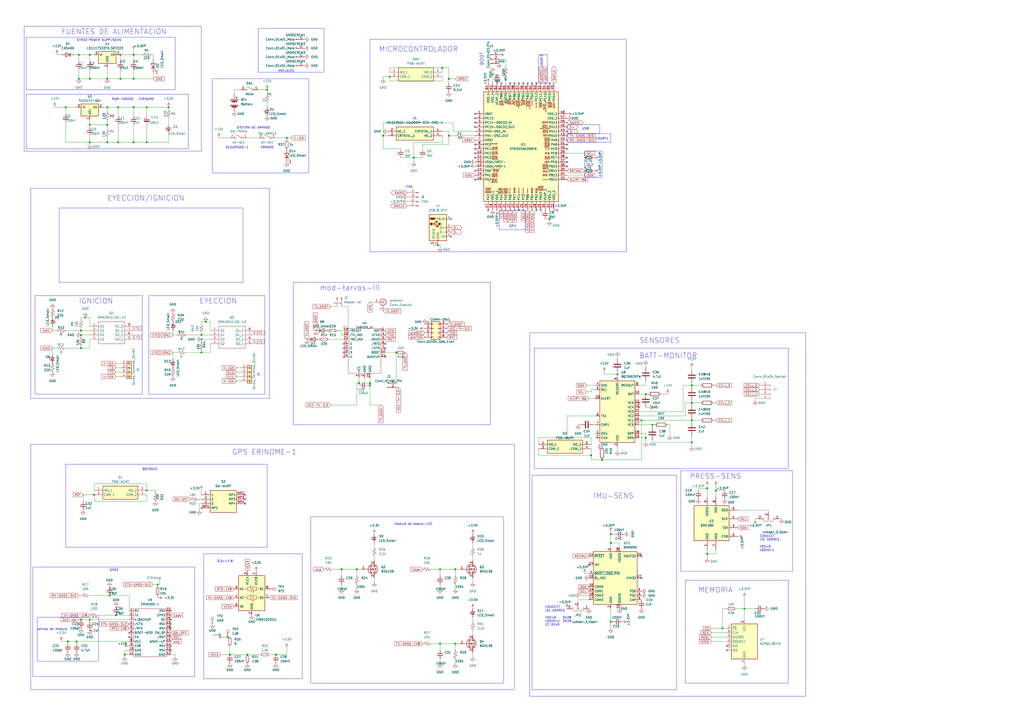
<source format=kicad_sch>
(kicad_sch (version 20230121) (generator eeschema)
  (paper "A2")
  (title_block (title "T.A.R.S.") (date "2023-11-13"))
  (junction (at 255.27 373.38))
  (junction (at 254 142.24))
  (junction (at 69.85 45.72))
  (junction (at 401.32 223.52))
  (junction (at 44.45 372.11))
  (junction (at 166.37 80.01))
  (junction (at 132.08 369.57))
  (junction (at 354.33 360.68))
  (junction (at 68.58 62.23))
  (junction (at 378.46 246.38))
  (junction (at 97.79 62.23))
  (junction (at 77.47 82.55))
  (junction (at 38.1 62.23))
  (junction (at 229.87 204.47))
  (junction (at 214.63 222.25))
  (junction (at 68.58 82.55))
  (junction (at 354.33 314.96))
  (junction (at 91.44 339.09))
  (junction (at 154.94 52.07))
  (junction (at 46.99 191.77))
  (junction (at 318.77 127))
  (junction (at 46.99 359.41))
  (junction (at 62.23 72.39))
  (junction (at 255.27 330.2))
  (junction (at 116.84 194.31))
  (junction (at 49.53 184.15))
  (junction (at 52.07 45.72))
  (junction (at 214.63 223.52))
  (junction (at 264.16 373.38))
  (junction (at 256.54 39.37))
  (junction (at 62.23 45.72))
  (junction (at 264.16 330.2))
  (junction (at 349.25 266.7))
  (junction (at 52.07 82.55))
  (junction (at 116.84 204.47))
  (junction (at 208.28 222.25))
  (junction (at 143.51 379.73))
  (junction (at 45.72 45.72))
  (junction (at 46.99 194.31))
  (junction (at 77.47 31.75))
  (junction (at 67.31 356.87))
  (junction (at 431.8 353.06))
  (junction (at 415.29 284.48))
  (junction (at 401.32 233.68))
  (junction (at 198.12 330.2))
  (junction (at 52.07 72.39))
  (junction (at 401.32 243.84))
  (junction (at 358.14 217.17))
  (junction (at 226.06 44.45))
  (junction (at 52.07 31.75))
  (junction (at 372.11 243.84))
  (junction (at 72.39 379.73))
  (junction (at 62.23 62.23))
  (junction (at 54.61 287.02))
  (junction (at 46.99 201.93))
  (junction (at 52.07 359.41))
  (junction (at 285.75 43.18))
  (junction (at 39.37 372.11))
  (junction (at 419.1 364.49))
  (junction (at 45.72 31.75))
  (junction (at 116.84 196.85))
  (junction (at 69.85 31.75))
  (junction (at 207.01 330.2))
  (junction (at 260.35 45.72))
  (junction (at 77.47 45.72))
  (junction (at 410.21 321.31))
  (junction (at 63.5 345.44))
  (junction (at 374.65 254))
  (junction (at 328.93 254))
  (junction (at 85.09 82.55))
  (junction (at 401.32 256.54))
  (junction (at 240.03 91.44))
  (junction (at 85.09 62.23))
  (junction (at 260.35 78.74))
  (junction (at 77.47 62.23))
  (junction (at 160.02 379.73))
  (junction (at 354.33 309.88))
  (junction (at 342.9 264.16))
  (junction (at 119.38 186.69))
  (junction (at 133.35 379.73))
  (junction (at 222.25 78.74))
  (junction (at 85.09 284.48))
  (junction (at 374.65 228.6))
  (junction (at 62.23 82.55))
  (junction (at 410.21 283.21))
  (no_connect (at 421.64 377.19))
  (no_connect (at 306.07 48.26))
  (no_connect (at 275.59 86.36))
  (no_connect (at 99.06 364.49))
  (no_connect (at 275.59 68.58))
  (no_connect (at 199.39 201.93))
  (no_connect (at 99.06 377.19))
  (no_connect (at 313.69 121.92))
  (no_connect (at 372.11 322.58))
  (no_connect (at 74.93 369.57))
  (no_connect (at 74.93 367.03))
  (no_connect (at 328.93 96.52))
  (no_connect (at 370.84 236.22))
  (no_connect (at 223.52 207.01))
  (no_connect (at 372.11 335.28))
  (no_connect (at 303.53 48.26))
  (no_connect (at 199.39 199.39))
  (no_connect (at 275.59 91.44))
  (no_connect (at 199.39 204.47))
  (no_connect (at 290.83 48.26))
  (no_connect (at 328.93 86.36))
  (no_connect (at 298.45 48.26))
  (no_connect (at 99.06 361.95))
  (no_connect (at 275.59 88.9))
  (no_connect (at 328.93 91.44))
  (no_connect (at 275.59 99.06))
  (no_connect (at 261.62 137.16))
  (no_connect (at 318.77 48.26))
  (no_connect (at 261.62 127))
  (no_connect (at 275.59 71.12))
  (no_connect (at 308.61 48.26))
  (no_connect (at 99.06 354.33))
  (no_connect (at 142.24 289.56))
  (no_connect (at 142.24 287.02))
  (no_connect (at 295.91 48.26))
  (no_connect (at 99.06 359.41))
  (no_connect (at 275.59 66.04))
  (no_connect (at 283.21 121.92))
  (no_connect (at 421.64 374.65))
  (no_connect (at 223.52 199.39))
  (no_connect (at 223.52 201.93))
  (no_connect (at 116.84 294.64))
  (no_connect (at 311.15 121.92))
  (no_connect (at 328.93 93.98))
  (no_connect (at 341.63 327.66))
  (no_connect (at 300.99 48.26))
  (no_connect (at 275.59 104.14))
  (no_connect (at 328.93 83.82))
  (no_connect (at 275.59 73.66))
  (no_connect (at 199.39 207.01))
  (no_connect (at 311.15 48.26))
  (no_connect (at 142.24 292.1))
  (no_connect (at 99.06 374.65))
  (no_connect (at 300.99 121.92))
  (no_connect (at 370.84 233.68))
  (no_connect (at 275.59 83.82))
  (wire (pts (xy 255.27 142.24) (xy 254 142.24)))
  (wire (pts (xy 72.39 379.73) (xy 74.93 379.73)))
  (wire (pts (xy 46.99 191.77) (xy 46.99 190.5)))
  (wire (pts (xy 262.89 76.2) (xy 262.89 71.12)))
  (wire (pts (xy 121.92 186.69) (xy 121.92 191.77)))
  (wire (pts (xy 45.72 40.64) (xy 45.72 45.72)))
  (wire (pts (xy 342.9 264.16) (xy 342.9 260.35)))
  (wire (pts (xy 260.35 83.82) (xy 245.11 83.82)))
  (wire (pts (xy 256.54 82.55) (xy 240.03 82.55)))
  (wire (pts (xy 137.16 218.44) (xy 139.7 218.44)))
  (wire (pts (xy 255.27 339.09) (xy 255.27 341.63)))
  (wire (pts (xy 38.1 62.23) (xy 44.45 62.23)))
  (wire (pts (xy 388.62 246.38) (xy 387.35 246.38)))
  (wire (pts (xy 231.14 224.79) (xy 229.87 224.79)))
  (wire (pts (xy 256.54 78.74) (xy 256.54 82.55)))
  (wire (pts (xy 414.02 243.84) (xy 415.29 243.84)))
  (wire (pts (xy 318.77 127) (xy 318.77 128.27)))
  (wire (pts (xy 74.93 377.19) (xy 72.39 377.19)))
  (wire (pts (xy 99.06 379.73) (xy 101.6 379.73)))
  (wire (pts (xy 156.21 379.73) (xy 160.02 379.73)))
  (wire (pts (xy 344.17 246.38) (xy 345.44 246.38)))
  (wire (pts (xy 274.32 378.46) (xy 274.32 381)))
  (wire (pts (xy 414.02 233.68) (xy 415.29 233.68)))
  (wire (pts (xy 328.93 241.3) (xy 328.93 254)))
  (wire (pts (xy 401.32 214.63) (xy 401.32 213.36)))
  (wire (pts (xy 222.25 78.74) (xy 222.25 86.36)))
  (wire (pts (xy 166.37 81.28) (xy 166.37 80.01)))
  (wire (pts (xy 256.54 44.45) (xy 256.54 46.99)))
  (wire (pts (xy 147.32 191.77) (xy 147.32 194.31)))
  (wire (pts (xy 378.46 256.54) (xy 401.32 256.54)))
  (wire (pts (xy 240.03 91.44) (xy 240.03 93.98)))
  (wire (pts (xy 383.54 228.6) (xy 387.35 228.6)))
  (wire (pts (xy 149.86 52.07) (xy 154.94 52.07)))
  (wire (pts (xy 406.4 233.68) (xy 401.32 233.68)))
  (wire (pts (xy 92.71 335.28) (xy 92.71 339.09)))
  (wire (pts (xy 339.09 332.74) (xy 341.63 332.74)))
  (wire (pts (xy 38.1 62.23) (xy 38.1 66.04)))
  (wire (pts (xy 201.93 189.23) (xy 199.39 189.23)))
  (wire (pts (xy 154.94 52.07) (xy 154.94 54.61)))
  (wire (pts (xy 222.25 86.36) (xy 232.41 86.36)))
  (wire (pts (xy 207.01 330.2) (xy 209.55 330.2)))
  (wire (pts (xy 226.06 46.99) (xy 226.06 44.45)))
  (wire (pts (xy 68.58 82.55) (xy 62.23 82.55)))
  (wire (pts (xy 431.8 346.71) (xy 431.8 353.06)))
  (wire (pts (xy 77.47 62.23) (xy 77.47 67.31)))
  (wire (pts (xy 401.32 232.41) (xy 401.32 233.68)))
  (wire (pts (xy 293.37 34.29) (xy 293.37 39.37)))
  (wire (pts (xy 410.21 283.21) (xy 410.21 281.94)))
  (wire (pts (xy 52.07 82.55) (xy 52.07 83.82)))
  (wire (pts (xy 68.58 62.23) (xy 68.58 67.31)))
  (wire (pts (xy 264.16 339.09) (xy 264.16 341.63)))
  (wire (pts (xy 438.15 300.99) (xy 439.42 300.99)))
  (wire (pts (xy 30.48 189.23) (xy 30.48 191.77)))
  (wire (pts (xy 223.52 204.47) (xy 229.87 204.47)))
  (wire (pts (xy 77.47 62.23) (xy 85.09 62.23)))
  (wire (pts (xy 48.26 287.02) (xy 54.61 287.02)))
  (wire (pts (xy 57.15 356.87) (xy 67.31 356.87)))
  (wire (pts (xy 359.41 314.96) (xy 354.33 314.96)))
  (wire (pts (xy 52.07 184.15) (xy 52.07 189.23)))
  (wire (pts (xy 195.58 191.77) (xy 198.12 191.77)))
  (wire (pts (xy 48.26 287.02) (xy 48.26 290.83)))
  (wire (pts (xy 440.69 228.6) (xy 441.96 228.6)))
  (wire (pts (xy 121.92 194.31) (xy 116.84 194.31)))
  (wire (pts (xy 293.37 34.29) (xy 289.56 34.29)))
  (wire (pts (xy 62.23 72.39) (xy 62.23 74.93)))
  (wire (pts (xy 52.07 345.44) (xy 63.5 345.44)))
  (wire (pts (xy 45.72 31.75) (xy 52.07 31.75)))
  (wire (pts (xy 100.33 191.77) (xy 100.33 194.31)))
  (wire (pts (xy 85.09 280.67) (xy 85.09 284.48)))
  (wire (pts (xy 46.99 194.31) (xy 52.07 194.31)))
  (wire (pts (xy 410.21 321.31) (xy 415.29 321.31)))
  (wire (pts (xy 339.09 101.6) (xy 339.09 99.06)))
  (wire (pts (xy 208.28 219.075) (xy 208.28 222.25)))
  (wire (pts (xy 412.75 372.11) (xy 421.64 372.11)))
  (wire (pts (xy 198.12 177.8) (xy 201.93 177.8)))
  (wire (pts (xy 245.11 83.82) (xy 245.11 86.36)))
  (wire (pts (xy 358.14 207.01) (xy 358.14 208.28)))
  (wire (pts (xy 38.1 191.77) (xy 46.99 191.77)))
  (wire (pts (xy 101.6 379.73) (xy 101.6 381)))
  (wire (pts (xy 198.12 191.77) (xy 198.12 194.31)))
  (wire (pts (xy 107.95 204.47) (xy 116.84 204.47)))
  (wire (pts (xy 69.85 40.64) (xy 69.85 45.72)))
  (wire (pts (xy 72.39 379.73) (xy 72.39 381)))
  (wire (pts (xy 45.72 45.72) (xy 52.07 45.72)))
  (wire (pts (xy 374.65 251.46) (xy 374.65 254)))
  (wire (pts (xy 415.29 284.48) (xy 415.29 288.29)))
  (wire (pts (xy 129.54 369.57) (xy 132.08 369.57)))
  (wire (pts (xy 341.63 231.14) (xy 345.44 231.14)))
  (wire (pts (xy 222.25 78.74) (xy 224.79 78.74)))
  (wire (pts (xy 207.01 234.95) (xy 207.01 222.25)))
  (wire (pts (xy 52.07 40.64) (xy 52.07 45.72)))
  (wire (pts (xy 116.84 292.1) (xy 115.57 292.1)))
  (wire (pts (xy 262.89 71.12) (xy 222.25 71.12)))
  (wire (pts (xy 312.42 264.16) (xy 342.9 264.16)))
  (wire (pts (xy 264.16 330.2) (xy 264.16 334.01)))
  (wire (pts (xy 62.23 62.23) (xy 68.58 62.23)))
  (wire (pts (xy 372.11 266.7) (xy 349.25 266.7)))
  (wire (pts (xy 342.9 254) (xy 328.93 254)))
  (wire (pts (xy 115.57 292.1) (xy 115.57 295.91)))
  (wire (pts (xy 135.89 52.07) (xy 135.89 54.61)))
  (wire (pts (xy 345.44 226.06) (xy 342.9 226.06)))
  (wire (pts (xy 100.33 204.47) (xy 100.33 208.28)))
  (wire (pts (xy 256.54 39.37) (xy 256.54 41.91)))
  (wire (pts (xy 132.08 369.57) (xy 133.35 369.57)))
  (wire (pts (xy 147.32 196.85) (xy 147.32 199.39)))
  (wire (pts (xy 358.14 217.17) (xy 358.14 218.44)))
  (wire (pts (xy 207.01 339.09) (xy 207.01 341.63)))
  (wire (pts (xy 85.09 62.23) (xy 85.09 67.31)))
  (wire (pts (xy 370.84 238.76) (xy 396.24 238.76)))
  (wire (pts (xy 121.92 204.47) (xy 116.84 204.47)))
  (wire (pts (xy 46.99 184.15) (xy 49.53 184.15)))
  (wire (pts (xy 97.79 77.47) (xy 97.79 82.55)))
  (wire (pts (xy 217.17 322.58) (xy 217.17 325.12)))
  (wire (pts (xy 217.17 335.28) (xy 217.17 337.82)))
  (wire (pts (xy 52.07 78.74) (xy 52.07 82.55)))
  (wire (pts (xy 69.85 45.72) (xy 62.23 45.72)))
  (wire (pts (xy 208.28 222.25) (xy 208.28 223.52)))
  (wire (pts (xy 46.99 184.15) (xy 46.99 185.42)))
  (wire (pts (xy 214.63 222.25) (xy 211.455 222.25)))
  (wire (pts (xy 419.1 353.06) (xy 419.1 364.49)))
  (wire (pts (xy 59.69 62.23) (xy 62.23 62.23)))
  (wire (pts (xy 255.27 373.38) (xy 255.27 377.19)))
  (wire (pts (xy 341.63 347.98) (xy 335.28 347.98)))
  (wire (pts (xy 52.07 31.75) (xy 54.61 31.75)))
  (wire (pts (xy 45.72 345.44) (xy 46.99 345.44)))
  (wire (pts (xy 67.31 218.44) (xy 69.85 218.44)))
  (wire (pts (xy 339.09 88.9) (xy 339.09 91.44)))
  (wire (pts (xy 401.32 252.73) (xy 401.32 256.54)))
  (wire (pts (xy 133.35 379.73) (xy 143.51 379.73)))
  (wire (pts (xy 374.65 212.09) (xy 374.65 213.36)))
  (wire (pts (xy 264.16 330.2) (xy 266.7 330.2)))
  (wire (pts (xy 90.17 285.75) (xy 90.17 284.48)))
  (wire (pts (xy 77.47 194.31) (xy 77.47 196.85)))
  (wire (pts (xy 374.65 254) (xy 374.65 256.54)))
  (wire (pts (xy 232.41 91.44) (xy 240.03 91.44)))
  (wire (pts (xy 274.32 335.28) (xy 274.32 337.82)))
  (wire (pts (xy 198.12 330.2) (xy 207.01 330.2)))
  (wire (pts (xy 340.36 223.52) (xy 345.44 223.52)))
  (wire (pts (xy 102.87 204.47) (xy 100.33 204.47)))
  (wire (pts (xy 401.32 242.57) (xy 401.32 243.84)))
  (wire (pts (xy 38.1 201.93) (xy 46.99 201.93)))
  (wire (pts (xy 336.55 345.44) (xy 341.63 345.44)))
  (wire (pts (xy 52.07 31.75) (xy 52.07 35.56)))
  (wire (pts (xy 214.63 222.25) (xy 214.63 219.075)))
  (wire (pts (xy 358.14 215.9) (xy 358.14 217.17)))
  (wire (pts (xy 214.63 223.52) (xy 214.63 234.95)))
  (wire (pts (xy 39.37 373.38) (xy 39.37 372.11)))
  (wire (pts (xy 438.15 231.14) (xy 441.96 231.14)))
  (wire (pts (xy 260.35 76.2) (xy 260.35 78.74)))
  (wire (pts (xy 33.02 201.93) (xy 30.48 201.93)))
  (wire (pts (xy 214.63 175.26) (xy 217.17 175.26)))
  (wire (pts (xy 236.22 119.38) (xy 237.49 119.38)))
  (wire (pts (xy 143.51 80.01) (xy 149.86 80.01)))
  (wire (pts (xy 438.15 353.06) (xy 431.8 353.06)))
  (wire (pts (xy 445.77 297.18) (xy 445.77 295.91)))
  (wire (pts (xy 100.33 194.31) (xy 102.87 194.31)))
  (wire (pts (xy 68.58 82.55) (xy 77.47 82.55)))
  (wire (pts (xy 370.84 228.6) (xy 374.65 228.6)))
  (wire (pts (xy 46.99 195.58) (xy 46.99 194.31)))
  (wire (pts (xy 440.69 223.52) (xy 441.96 223.52)))
  (wire (pts (xy 342.9 227.33) (xy 340.36 227.33)))
  (wire (pts (xy 77.47 31.75) (xy 82.55 31.75)))
  (wire (pts (xy 62.23 80.01) (xy 62.23 82.55)))
  (wire (pts (xy 264.16 382.27) (xy 264.16 384.81)))
  (wire (pts (xy 274.32 322.58) (xy 274.32 325.12)))
  (wire (pts (xy 43.18 31.75) (xy 45.72 31.75)))
  (wire (pts (xy 62.23 39.37) (xy 62.23 45.72)))
  (wire (pts (xy 293.37 44.45) (xy 293.37 48.26)))
  (wire (pts (xy 405.13 283.21) (xy 405.13 284.48)))
  (wire (pts (xy 372.11 243.84) (xy 401.32 243.84)))
  (wire (pts (xy 349.25 266.7) (xy 342.9 266.7)))
  (wire (pts (xy 405.13 283.21) (xy 410.21 283.21)))
  (wire (pts (xy 139.7 52.07) (xy 135.89 52.07)))
  (wire (pts (xy 35.56 372.11) (xy 39.37 372.11)))
  (wire (pts (xy 217.17 314.96) (xy 217.17 317.5)))
  (wire (pts (xy 236.22 111.76) (xy 237.49 111.76)))
  (wire (pts (xy 62.23 69.85) (xy 62.23 72.39)))
  (wire (pts (xy 97.79 63.5) (xy 97.79 62.23)))
  (wire (pts (xy 207.01 330.2) (xy 207.01 334.01)))
  (wire (pts (xy 342.9 257.81) (xy 342.9 254)))
  (wire (pts (xy 68.58 72.39) (xy 68.58 82.55)))
  (wire (pts (xy 38.1 71.12) (xy 38.1 82.55)))
  (wire (pts (xy 88.9 41.91) (xy 88.9 45.72)))
  (wire (pts (xy 410.21 283.21) (xy 410.21 288.29)))
  (wire (pts (xy 342.9 226.06) (xy 342.9 227.33)))
  (wire (pts (xy 52.07 360.68) (xy 52.07 359.41)))
  (wire (pts (xy 256.54 46.99) (xy 226.06 46.99)))
  (wire (pts (xy 274.32 358.14) (xy 274.32 360.68)))
  (wire (pts (xy 419.1 353.06) (xy 421.64 353.06)))
  (wire (pts (xy 77.47 35.56) (xy 77.47 31.75)))
  (wire (pts (xy 31.75 62.23) (xy 38.1 62.23)))
  (wire (pts (xy 116.84 194.31) (xy 116.84 193.04)))
  (wire (pts (xy 191.77 177.8) (xy 195.58 177.8)))
  (wire (pts (xy 401.32 243.84) (xy 406.4 243.84)))
  (wire (pts (xy 191.77 234.95) (xy 207.01 234.95)))
  (wire (pts (xy 414.02 223.52) (xy 415.29 223.52)))
  (wire (pts (xy 143.51 379.73) (xy 151.13 379.73)))
  (wire (pts (xy 119.38 186.69) (xy 121.92 186.69)))
  (wire (pts (xy 375.92 236.22) (xy 374.65 236.22)))
  (wire (pts (xy 453.39 300.99) (xy 452.12 300.99)))
  (wire (pts (xy 415.29 281.94) (xy 415.29 284.48)))
  (wire (pts (xy 388.62 252.73) (xy 388.62 246.38)))
  (wire (pts (xy 116.84 186.69) (xy 119.38 186.69)))
  (wire (pts (xy 166.37 375.92) (xy 166.37 379.73)))
  (wire (pts (xy 370.84 254) (xy 374.65 254)))
  (wire (pts (xy 92.71 339.09) (xy 91.44 339.09)))
  (wire (pts (xy 370.84 246.38) (xy 378.46 246.38)))
  (wire (pts (xy 412.75 364.49) (xy 419.1 364.49)))
  (wire (pts (xy 116.84 186.69) (xy 116.84 187.96)))
  (wire (pts (xy 260.35 78.74) (xy 264.16 78.74)))
  (wire (pts (xy 45.72 31.75) (xy 45.72 35.56)))
  (wire (pts (xy 354.33 360.68) (xy 355.6 360.68)))
  (wire (pts (xy 116.84 196.85) (xy 121.92 196.85)))
  (wire (pts (xy 116.84 284.48) (xy 116.84 287.02)))
  (wire (pts (xy 420.37 284.48) (xy 415.29 284.48)))
  (wire (pts (xy 415.29 318.77) (xy 415.29 321.31)))
  (wire (pts (xy 255.27 373.38) (xy 264.16 373.38)))
  (wire (pts (xy 88.9 339.09) (xy 91.44 339.09)))
  (wire (pts (xy 255.27 143.51) (xy 255.27 142.24)))
  (wire (pts (xy 236.22 114.3) (xy 237.49 114.3)))
  (wire (pts (xy 33.02 31.75) (xy 35.56 31.75)))
  (wire (pts (xy 166.37 379.73) (xy 160.02 379.73)))
  (wire (pts (xy 269.24 78.74) (xy 275.59 78.74)))
  (wire (pts (xy 39.37 372.11) (xy 44.45 372.11)))
  (wire (pts (xy 397.51 241.3) (xy 397.51 233.68)))
  (wire (pts (xy 128.27 379.73) (xy 133.35 379.73)))
  (wire (pts (xy 250.19 373.38) (xy 255.27 373.38)))
  (wire (pts (xy 198.12 339.09) (xy 198.12 341.63)))
  (wire (pts (xy 374.65 223.52) (xy 374.65 220.98)))
  (wire (pts (xy 85.09 62.23) (xy 97.79 62.23)))
  (wire (pts (xy 85.09 284.48) (xy 90.17 284.48)))
  (wire (pts (xy 342.9 266.7) (xy 342.9 264.16)))
  (wire (pts (xy 401.32 256.54) (xy 401.32 259.08)))
  (wire (pts (xy 318.77 121.92) (xy 318.77 127)))
  (wire (pts (xy 77.47 45.72) (xy 88.9 45.72)))
  (wire (pts (xy 412.75 367.03) (xy 421.64 367.03)))
  (wire (pts (xy 45.72 359.41) (xy 46.99 359.41)))
  (wire (pts (xy 339.09 101.6) (xy 328.93 101.6)))
  (wire (pts (xy 401.32 243.84) (xy 401.32 245.11)))
  (wire (pts (xy 226.06 44.45) (xy 222.25 44.45)))
  (wire (pts (xy 54.61 290.83) (xy 54.61 287.02)))
  (wire (pts (xy 69.85 35.56) (xy 69.85 31.75)))
  (wire (pts (xy 97.79 82.55) (xy 85.09 82.55)))
  (wire (pts (xy 220.98 234.95) (xy 214.63 234.95)))
  (wire (pts (xy 285.75 43.18) (xy 285.75 48.26)))
  (wire (pts (xy 260.35 78.74) (xy 260.35 83.82)))
  (wire (pts (xy 354.33 309.88) (xy 356.87 309.88)))
  (wire (pts (xy 370.84 223.52) (xy 374.65 223.52)))
  (wire (pts (xy 52.07 72.39) (xy 62.23 72.39)))
  (wire (pts (xy 312.42 254) (xy 312.42 257.81)))
  (wire (pts (xy 62.23 82.55) (xy 52.07 82.55)))
  (wire (pts (xy 207.01 222.25) (xy 208.28 222.25)))
  (wire (pts (xy 354.33 309.88) (xy 354.33 314.96)))
  (wire (pts (xy 137.16 213.36) (xy 139.7 213.36)))
  (wire (pts (xy 378.46 255.27) (xy 378.46 256.54)))
  (wire (pts (xy 67.31 215.9) (xy 69.85 215.9)))
  (wire (pts (xy 190.5 196.85) (xy 199.39 196.85)))
  (wire (pts (xy 85.09 290.83) (xy 85.09 287.02)))
  (wire (pts (xy 77.47 82.55) (xy 85.09 82.55)))
  (wire (pts (xy 431.8 353.06) (xy 431.8 359.41)))
  (wire (pts (xy 328.93 254) (xy 312.42 254)))
  (wire (pts (xy 396.24 223.52) (xy 401.32 223.52)))
  (wire (pts (xy 30.48 191.77) (xy 33.02 191.77)))
  (wire (pts (xy 211.455 222.25) (xy 211.455 219.075)))
  (wire (pts (xy 44.45 372.11) (xy 74.93 372.11)))
  (wire (pts (xy 378.46 246.38) (xy 379.73 246.38)))
  (wire (pts (xy 350.52 217.17) (xy 358.14 217.17)))
  (wire (pts (xy 226.06 39.37) (xy 256.54 39.37)))
  (wire (pts (xy 160.02 80.01) (xy 166.37 80.01)))
  (wire (pts (xy 335.28 347.98) (xy 335.28 349.25)))
  (wire (pts (xy 54.61 290.83) (xy 85.09 290.83)))
  (wire (pts (xy 116.84 204.47) (xy 116.84 203.2)))
  (wire (pts (xy 52.07 196.85) (xy 52.07 201.93)))
  (wire (pts (xy 72.39 377.19) (xy 72.39 379.73)))
  (wire (pts (xy 67.31 356.87) (xy 74.93 356.87)))
  (wire (pts (xy 52.07 69.85) (xy 52.07 72.39)))
  (wire (pts (xy 256.54 39.37) (xy 260.35 39.37)))
  (wire (pts (xy 274.32 365.76) (xy 274.32 368.3)))
  (wire (pts (xy 359.41 317.5) (xy 359.41 314.96)))
  (wire (pts (xy 77.47 72.39) (xy 77.47 82.55)))
  (wire (pts (xy 69.85 45.72) (xy 77.47 45.72)))
  (wire (pts (xy 264.16 373.38) (xy 264.16 377.19)))
  (wire (pts (xy 251.46 142.24) (xy 254 142.24)))
  (wire (pts (xy 44.45 372.11) (xy 44.45 373.38)))
  (wire (pts (xy 46.99 359.41) (xy 52.07 359.41)))
  (wire (pts (xy 410.21 321.31) (xy 410.21 323.85)))
  (wire (pts (xy 214.63 223.52) (xy 214.63 222.25)))
  (wire (pts (xy 354.33 353.06) (xy 354.33 360.68)))
  (wire (pts (xy 339.09 88.9) (xy 328.93 88.9)))
  (wire (pts (xy 68.58 62.23) (xy 77.47 62.23)))
  (wire (pts (xy 316.23 127) (xy 318.77 127)))
  (wire (pts (xy 285.75 41.91) (xy 285.75 43.18)))
  (wire (pts (xy 255.27 330.2) (xy 264.16 330.2)))
  (wire (pts (xy 260.35 39.37) (xy 260.35 45.72)))
  (wire (pts (xy 250.19 330.2) (xy 255.27 330.2)))
  (wire (pts (xy 419.1 364.49) (xy 421.64 364.49)))
  (wire (pts (xy 77.47 189.23) (xy 77.47 191.77)))
  (wire (pts (xy 121.92 199.39) (xy 121.92 204.47)))
  (wire (pts (xy 275.59 76.2) (xy 262.89 76.2)))
  (wire (pts (xy 198.12 330.2) (xy 198.12 334.01)))
  (wire (pts (xy 52.07 191.77) (xy 46.99 191.77)))
  (wire (pts (xy 87.63 31.75) (xy 88.9 31.75)))
  (wire (pts (xy 115.57 289.56) (xy 116.84 289.56)))
  (wire (pts (xy 91.44 339.09) (xy 91.44 340.36)))
  (wire (pts (xy 69.85 31.75) (xy 77.47 31.75)))
  (wire (pts (xy 354.33 308.61) (xy 354.33 309.88)))
  (wire (pts (xy 236.22 116.84) (xy 237.49 116.84)))
  (wire (pts (xy 401.32 223.52) (xy 401.32 224.79)))
  (wire (pts (xy 274.32 314.96) (xy 274.32 317.5)))
  (wire (pts (xy 52.07 201.93) (xy 46.99 201.93)))
  (wire (pts (xy 63.5 345.44) (xy 74.93 345.44)))
  (wire (pts (xy 166.37 80.01) (xy 168.91 80.01)))
  (wire (pts (xy 199.39 189.23) (xy 199.39 191.77)))
  (wire (pts (xy 226.06 39.37) (xy 226.06 41.91)))
  (wire (pts (xy 52.07 45.72) (xy 62.23 45.72)))
  (wire (pts (xy 350.52 217.17) (xy 350.52 215.9)))
  (wire (pts (xy 401.32 222.25) (xy 401.32 223.52)))
  (wire (pts (xy 370.84 243.84) (xy 372.11 243.84)))
  (wire (pts (xy 137.16 215.9) (xy 139.7 215.9)))
  (wire (pts (xy 97.79 68.58) (xy 97.79 72.39)))
  (wire (pts (xy 335.28 246.38) (xy 336.55 246.38)))
  (wire (pts (xy 240.03 91.44) (xy 245.11 91.44)))
  (wire (pts (xy 370.84 241.3) (xy 397.51 241.3)))
  (wire (pts (xy 354.33 314.96) (xy 354.33 317.5)))
  (wire (pts (xy 127 80.01) (xy 133.35 80.01)))
  (wire (pts (xy 54.61 280.67) (xy 85.09 280.67)))
  (wire (pts (xy 133.35 374.65) (xy 133.35 379.73)))
  (wire (pts (xy 285.75 43.18) (xy 288.29 43.18)))
  (wire (pts (xy 85.09 72.39) (xy 85.09 82.55)))
  (wire (pts (xy 396.24 238.76) (xy 396.24 223.52)))
  (wire (pts (xy 370.84 251.46) (xy 374.65 251.46)))
  (wire (pts (xy 49.53 184.15) (xy 52.07 184.15)))
  (wire (pts (xy 426.72 353.06) (xy 431.8 353.06)))
  (wire (pts (xy 67.31 210.82) (xy 69.85 210.82)))
  (wire (pts (xy 256.54 76.2) (xy 260.35 76.2)))
  (wire (pts (xy 397.51 233.68) (xy 401.32 233.68)))
  (wire (pts (xy 116.84 198.12) (xy 116.84 196.85)))
  (wire (pts (xy 401.32 233.68) (xy 401.32 234.95)))
  (wire (pts (xy 312.42 260.35) (xy 312.42 264.16)))
  (wire (pts (xy 255.27 382.27) (xy 255.27 384.81)))
  (wire (pts (xy 30.48 201.93) (xy 30.48 205.74)))
  (wire (pts (xy 255.27 330.2) (xy 255.27 334.01)))
  (wire (pts (xy 328.93 241.3) (xy 345.44 241.3)))
  (wire (pts (xy 264.16 373.38) (xy 266.7 373.38)))
  (wire (pts (xy 52.07 72.39) (xy 52.07 73.66)))
  (wire (pts (xy 38.1 82.55) (xy 52.07 82.55)))
  (wire (pts (xy 372.11 243.84) (xy 372.11 266.7)))
  (wire (pts (xy 412.75 369.57) (xy 421.64 369.57)))
  (wire (pts (xy 88.9 31.75) (xy 88.9 34.29)))
  (wire (pts (xy 213.36 223.52) (xy 214.63 223.52)))
  (wire (pts (xy 358.14 259.08) (xy 358.14 261.62)))
  (wire (pts (xy 77.47 40.64) (xy 77.47 45.72)))
  (wire (pts (xy 67.31 213.36) (xy 69.85 213.36)))
  (wire (pts (xy 440.69 226.06) (xy 441.96 226.06)))
  (wire (pts (xy 74.93 345.44) (xy 74.93 354.33)))
  (wire (pts (xy 427.99 295.91) (xy 445.77 295.91)))
  (wire (pts (xy 374.65 228.6) (xy 375.92 228.6)))
  (wire (pts (xy 410.21 318.77) (xy 410.21 321.31)))
  (wire (pts (xy 107.95 194.31) (xy 116.84 194.31)))
  (wire (pts (xy 431.8 386.08) (xy 431.8 384.81)))
  (wire (pts (xy 222.25 44.45) (xy 222.25 45.72)))
  (wire (pts (xy 62.23 62.23) (xy 62.23 64.77)))
  (wire (pts (xy 378.46 247.65) (xy 378.46 246.38)))
  (wire (pts (xy 91.44 346.71) (xy 91.44 345.44)))
  (wire (pts (xy 154.94 59.69) (xy 154.94 62.23)))
  (wire (pts (xy 240.03 82.55) (xy 240.03 91.44)))
  (wire (pts (xy 260.35 45.72) (xy 260.35 48.26)))
  (wire (pts (xy 201.93 177.8) (xy 201.93 189.23)))
  (wire (pts (xy 354.33 360.68) (xy 354.33 364.49)))
  (wire (pts (xy 438.15 232.41) (xy 438.15 231.14)))
  (wire (pts (xy 260.35 45.72) (xy 264.16 45.72)))
  (wire (pts (xy 222.25 71.12) (xy 222.25 78.74)))
  (wire (pts (xy 406.4 223.52) (xy 401.32 223.52)))
  (wire (pts (xy 52.07 359.41) (xy 74.93 359.41)))
  (wire (pts (xy 229.87 204.47) (xy 229.87 222.25)))
  (wire (pts (xy 137.16 220.98) (xy 139.7 220.98)))
  (wire (pts (xy 77.47 29.21) (xy 77.47 31.75)))
  (wire (pts (xy 193.04 330.2) (xy 198.12 330.2)))
  (wire (pts (xy 46.99 201.93) (xy 46.99 200.66)))
  (wire (pts (xy 54.61 280.67) (xy 54.61 284.48)))
  (wire (pts (xy 198.12 194.31) (xy 199.39 194.31)))
  (rectangle (start 19.05 328.93) (end 113.03 392.43))
  (rectangle (start 34.29 120.65) (end 140.97 163.83))
  (rectangle (start 38.1 269.24) (end 154.94 317.5))
  (rectangle (start 339.09 87.63) (end 349.25 102.87))
  (rectangle (start 15.24 54.61) (end 109.22 86.36))
  (rectangle (start 309.88 201.93) (end 457.2 271.78))
  (rectangle (start 328.93 72.39) (end 347.98 77.47))
  (rectangle (start 86.36 171.45) (end 153.67 228.6))
  (rectangle (start 307.34 193.04) (end 467.36 403.86))
  (rectangle (start 13.97 15.24) (end 116.84 87.63))
  (rectangle (start 15.24 21.59) (end 101.6 52.07))
  (rectangle (start 170.18 163.83) (end 284.48 246.38))
  (rectangle (start 17.78 257.81) (end 298.45 400.05))
  (rectangle (start 397.51 336.55) (end 457.2 396.24))
  (rectangle (start 20.32 171.45) (end 82.55 228.6))
  (rectangle (start 312.42 31.75) (end 317.5 48.26))
  (rectangle (start 149.86 16.51) (end 187.96 41.91))
  (rectangle (start 328.93 77.47) (end 354.33 82.55))
  (rectangle (start 214.63 22.86) (end 363.22 146.05))
  (rectangle (start 308.61 275.59) (end 392.43 400.05))
  (rectangle (start 21.59 358.14) (end 57.15 383.54))
  (rectangle (start 289.56 121.92) (end 304.8 133.35))
  (rectangle (start 123.19 45.72) (end 179.07 100.33))
  (rectangle (start 180.34 299.72) (end 292.1 396.24))
  (rectangle (start 17.78 109.22) (end 156.21 231.14))
  (rectangle (start 394.97 273.05) (end 459.74 331.47))
  (rectangle (start 118.11 321.31) (end 175.26 393.7))
  (text "STM32 POWER SUPP/SENS" (at 44.45 24.13 0) (effects (font (size 1.27 1.27)) (justify left bottom)))
  (text "EYECCION/IGNICION" (at 62.23 116.84 0) (effects (font (size 3 3)) (justify left bottom)))
  (text "mod-tarvos-iii" (at 185.42 168.91 0) (effects (font (size 3 3)) (justify left bottom)))
  (text "SISTEMA DE ARMADO" (at 137.16 74.93 0) (effects (font (size 1.27 1.27)) (justify left bottom)))
  (text "USART1\n" (at 353.06 81.28 0) (effects (font (size 1.27 1.27)) (justify right bottom)))
  (text "JTAG\n" (at 234.95 109.22 0) (effects (font (size 1.27 1.27)) (justify left bottom)))
  (text "SPI1" (at 299.72 132.08 0) (effects (font (size 1.27 1.27)) (justify right bottom)))
  (text "BOOT" (at 280.67 38.1 90) (effects (font (size 2 2)) (justify left bottom)))
  (text "FUENTES DE ALIMENTACION" (at 35.56 20.32 0) (effects (font (size 3 3)) (justify left bottom)))
  (text "I2C2" (at 344.17 96.52 0) (effects (font (size 1.27 1.27)) (justify right bottom)))
  (text "BATT-MONITOR" (at 370.84 208.28 0) (effects (font (size 3 3)) (justify left bottom)))
  (text "ANCLAJES" (at 161.29 41.91 0) (effects (font (size 1.27 1.27)) (justify left bottom)))
  (text "IMU-SENS" (at 344.17 289.56 0) (effects (font (size 3 3)) (justify left bottom)))
  (text "BOTONES" (at 82.55 273.05 0) (effects (font (size 1.27 1.27)) (justify left bottom)))
  (text "3.3<>1.8" (at 125.73 326.39 0) (effects (font (size 1.27 1.27)) (justify left bottom)))
  (text "GNSS\n" (at 63.5 331.47 0) (effects (font (size 1.27 1.27)) (justify left bottom)))
  (text "SEGURIDAD-1" (at 130.81 86.36 0) (effects (font (size 1.27 1.27)) (justify left bottom)))
  (text "MEMORIA" (at 405.13 344.17 0) (effects (font (size 3 3)) (justify left bottom)))
  (text "PRESS-SENS" (at 400.05 278.13 0) (effects (font (size 3 3)) (justify left bottom)))
  (text "CONECCT\nI2C ADDRES\n\nVSS=0\nVDDIO=1" (at 440.69 320.04 0) (effects (font (size 1.27 1.27)) (justify left bottom)))
  (text "PWR-TARVOS	/ERINOME\n" (at 64.77 58.42 0) (effects (font (size 1.27 1.27)) (justify left bottom)))
  (text "SENSORES" (at 370.84 199.39 0) (effects (font (size 3 3)) (justify left bottom)))
  (text "CONECCT\nI2C ADDRES\n\nVSS=0    0X28\nVDDIO=1  0X29\nZZ 0X40" (at 316.23 363.22 0) (effects (font (size 1.27 1.27)) (justify left bottom)))
  (text "ARMADO" (at 151.13 86.36 0) (effects (font (size 1.27 1.27)) (justify left bottom)))
  (text "sercas de modulo" (at 21.59 365.76 0) (effects (font (size 1.27 1.27)) (justify left bottom)))
  (text "modulo de status-LED" (at 228.6 304.8 0) (effects (font (size 1.27 1.27)) (justify left bottom)))
  (text "MICROCONTROLADOR" (at 219.71 30.48 0) (effects (font (size 3 3)) (justify left bottom)))
  (text "USART3" (at 314.96 31.75 90) (effects (font (size 1.27 1.27)) (justify right bottom)))
  (text "GPS ERINOME-1" (at 134.62 264.16 0) (effects (font (size 3 3)) (justify left bottom)))
  (text "IGNICION" (at 45.72 176.53 0) (effects (font (size 3 3)) (justify left bottom)))
  (text "EYECCION" (at 115.57 176.53 0) (effects (font (size 3 3)) (justify left bottom)))
  (text "USB\n\n" (at 341.63 77.47 0) (effects (font (size 1.27 1.27)) (justify right bottom)))
  (global_label "T2" (shape input) (at 67.31 213.36 180) (property "Intersheetrefs" "${INTERSHEET_REFS}" (effects hide)))
  (global_label "V-IGN" (shape input) (at 137.16 213.36 180) (property "Intersheetrefs" "${INTERSHEET_REFS}" (effects hide)) (property "Referencias entre hojas" "${INTERSHEET_REFS}" (effects hide)))
  (global_label "SCK" (shape input) (at 303.53 121.92 270) (property "Intersheetrefs" "${INTERSHEET_REFS}" (effects hide)))
  (global_label "EY2" (shape input) (at 137.16 215.9 180) (property "Intersheetrefs" "${INTERSHEET_REFS}" (effects hide)))
  (global_label "VCC-TV-3.3" (shape input) (at 259.08 190.5 0) (property "Intersheetrefs" "${INTERSHEET_REFS}" (effects hide)) (property "Referencias entre hojas" "${INTERSHEET_REFS}" (effects hide)))
  (global_label "1pps" (shape input) (at 245.11 330.2 180) (property "Intersheetrefs" "${INTERSHEET_REFS}" (effects hide)))
  (global_label "EY1" (shape input) (at 147.32 193.04 0) (property "Intersheetrefs" "${INTERSHEET_REFS}" (effects hide)))
  (global_label "RXT" (shape input) (at 223.52 196.85 0) (property "Intersheetrefs" "${INTERSHEET_REFS}" (effects hide)))
  (global_label "TV_GNDT" (shape input) (at 234.95 204.47 270) (property "Intersheetrefs" "${INTERSHEET_REFS}" (effects hide)) (property "Referencias entre hojas" "${INTERSHEET_REFS}" (effects hide)))
  (global_label "ON-OFF" (shape input) (at 99.06 367.03 0) (property "Intersheetrefs" "${INTERSHEET_REFS}" (effects hide)))
  (global_label "SCL" (shape input) (at 341.63 342.9 180) (property "Intersheetrefs" "${INTERSHEET_REFS}" (effects hide)))
  (global_label "CELL_2" (shape input) (at 440.69 226.06 180) (property "Intersheetrefs" "${INTERSHEET_REFS}" (effects hide)))
  (global_label "TV_GNDT" (shape input) (at 191.77 177.8 180) (property "Intersheetrefs" "${INTERSHEET_REFS}" (effects hide)) (property "Referencias entre hojas" "${INTERSHEET_REFS}" (effects hide)))
  (global_label "RST" (shape input) (at 99.06 369.57 0) (property "Intersheetrefs" "${INTERSHEET_REFS}" (effects hide)))
  (global_label "EYECCION2" (shape input) (at 308.61 121.92 270) (property "Intersheetrefs" "${INTERSHEET_REFS}" (effects hide)))
  (global_label "1pps" (shape input) (at 99.06 356.87 0) (property "Intersheetrefs" "${INTERSHEET_REFS}" (effects hide)))
  (global_label "MOSI" (shape input) (at 412.75 369.57 180) (property "Intersheetrefs" "${INTERSHEET_REFS}" (effects hide)))
  (global_label "TX-GNSS-3V3" (shape input) (at 156.21 346.71 0) (property "Intersheetrefs" "${INTERSHEET_REFS}" (effects hide)))
  (global_label "TV_GNDT" (shape input) (at 182.88 191.77 90) (property "Intersheetrefs" "${INTERSHEET_REFS}" (effects hide)) (property "Referencias entre hojas" "${INTERSHEET_REFS}" (effects hide)))
  (global_label "MOSI" (shape input) (at 298.45 121.92 270) (property "Intersheetrefs" "${INTERSHEET_REFS}" (effects hide)))
  (global_label "TV_GNDT" (shape input) (at 220.98 234.95 270) (property "Intersheetrefs" "${INTERSHEET_REFS}" (effects hide)) (property "Referencias entre hojas" "${INTERSHEET_REFS}" (effects hide)))
  (global_label "CS" (shape input) (at 412.75 364.49 180) (property "Intersheetrefs" "${INTERSHEET_REFS}" (effects hide)))
  (global_label "RX-GNSS-3V3" (shape input) (at 45.72 345.44 180) (property "Intersheetrefs" "${INTERSHEET_REFS}" (effects hide)))
  (global_label "wkp" (shape input) (at 187.96 330.2 180) (property "Intersheetrefs" "${INTERSHEET_REFS}" (effects hide)))
  (global_label "IGN1" (shape input) (at 275.59 101.6 180) (property "Intersheetrefs" "${INTERSHEET_REFS}" (effects hide)))
  (global_label "stmRXT" (shape input) (at 313.69 48.26 90) (property "Intersheetrefs" "${INTERSHEET_REFS}" (effects hide)))
  (global_label "GND" (shape input) (at 88.9 45.72 0) (property "Intersheetrefs" "${INTERSHEET_REFS}" (effects hide)))
  (global_label "TV_GNDT" (shape input) (at 177.8 196.85 90) (property "Intersheetrefs" "${INTERSHEET_REFS}" (effects hide)) (property "Referencias entre hojas" "${INTERSHEET_REFS}" (effects hide)))
  (global_label "SCL" (shape input) (at 427.99 300.99 0) (property "Intersheetrefs" "${INTERSHEET_REFS}" (effects hide)))
  (global_label "stmTXD" (shape input) (at 246.38 195.58 180) (property "Intersheetrefs" "${INTERSHEET_REFS}" (effects hide)))
  (global_label "D+" (shape bidirectional) (at 328.93 73.66 0) (property "Intersheetrefs" "${INTERSHEET_REFS}" (effects hide)))
  (global_label "CELL_1" (shape input) (at 415.29 243.84 0) (property "Intersheetrefs" "${INTERSHEET_REFS}" (effects hide)))
  (global_label "IGN1" (shape input) (at 30.48 191.77 180) (property "Intersheetrefs" "${INTERSHEET_REFS}" (effects hide)))
  (global_label "TV_GNDT" (shape input) (at 222.25 180.34 0) (property "Intersheetrefs" "${INTERSHEET_REFS}" (effects hide)) (property "Referencias entre hojas" "${INTERSHEET_REFS}" (effects hide)))
  (global_label "RSTIMU" (shape input) (at 328.93 99.06 0) (property "Intersheetrefs" "${INTERSHEET_REFS}" (effects hide)))
  (global_label "RST" (shape input) (at 48.26 287.02 180) (property "Intersheetrefs" "${INTERSHEET_REFS}" (effects hide)))
  (global_label "ALERT-BQ" (shape input) (at 341.63 231.14 180) (property "Intersheetrefs" "${INTERSHEET_REFS}" (effects hide)))
  (global_label "CELL_3" (shape input) (at 440.69 223.52 180) (property "Intersheetrefs" "${INTERSHEET_REFS}" (effects hide)))
  (global_label "stmRXT" (shape input) (at 246.38 193.04 180) (property "Intersheetrefs" "${INTERSHEET_REFS}" (effects hide)))
  (global_label "SWDIO" (shape bidirectional) (at 328.93 71.12 0) (property "Intersheetrefs" "${INTERSHEET_REFS}" (effects hide)))
  (global_label "ATN" (shape input) (at 214.63 175.26 270) (property "Intersheetrefs" "${INTERSHEET_REFS}" (effects hide)))
  (global_label "VCC-TV-3.3" (shape input) (at 191.77 234.95 180) (property "Intersheetrefs" "${INTERSHEET_REFS}" (effects hide)) (property "Referencias entre hojas" "${INTERSHEET_REFS}" (effects hide)))
  (global_label "EYECCION1" (shape input) (at 306.07 121.92 270) (property "Intersheetrefs" "${INTERSHEET_REFS}" (effects hide)))
  (global_label "TX-GNSS-1V8" (shape input) (at 245.11 373.38 180) (property "Intersheetrefs" "${INTERSHEET_REFS}" (effects hide)))
  (global_label "SDA" (shape input) (at 340.36 223.52 180) (property "Intersheetrefs" "${INTERSHEET_REFS}" (effects hide)))
  (global_label "NRST" (shape input) (at 264.16 45.72 0) (property "Intersheetrefs" "${INTERSHEET_REFS}" (effects hide)))
  (global_label "VCCA" (shape input) (at 135.89 351.79 180) (property "Intersheetrefs" "${INTERSHEET_REFS}" (effects hide)))
  (global_label "EY1" (shape input) (at 137.16 218.44 180) (property "Intersheetrefs" "${INTERSHEET_REFS}" (effects hide)))
  (global_label "SCK" (shape input) (at 412.75 367.03 180) (property "Intersheetrefs" "${INTERSHEET_REFS}" (effects hide)))
  (global_label "ON-OFF" (shape input) (at 110.49 289.56 180) (property "Intersheetrefs" "${INTERSHEET_REFS}" (effects hide)))
  (global_label "TX-GNSS-3V3" (shape input) (at 328.93 78.74 0) (property "Intersheetrefs" "${INTERSHEET_REFS}" (effects hide)))
  (global_label "RTS-1V8" (shape input) (at 135.89 341.63 180) (property "Intersheetrefs" "${INTERSHEET_REFS}" (effects hide)))
  (global_label "RXT" (shape input) (at 259.08 195.58 0) (property "Intersheetrefs" "${INTERSHEET_REFS}" (effects hide)))
  (global_label "SDA" (shape input) (at 341.63 340.36 180) (property "Intersheetrefs" "${INTERSHEET_REFS}" (effects hide)))
  (global_label "EYECCION1" (shape input) (at 100.33 194.31 180) (property "Intersheetrefs" "${INTERSHEET_REFS}" (effects hide)))
  (global_label "RX-GNSS-3V3" (shape input) (at 328.93 81.28 0) (property "Intersheetrefs" "${INTERSHEET_REFS}" (effects hide)))
  (global_label "V-IGN" (shape input) (at 67.31 218.44 180) (property "Intersheetrefs" "${INTERSHEET_REFS}" (effects hide)) (property "Referencias entre hojas" "${INTERSHEET_REFS}" (effects hide)))
  (global_label "RTS-1V8" (shape input) (at 74.93 364.49 180) (property "Intersheetrefs" "${INTERSHEET_REFS}" (effects hide)))
  (global_label "ATN" (shape input) (at 223.52 191.77 0) (property "Intersheetrefs" "${INTERSHEET_REFS}" (effects hide)))
  (global_label "CELL_3" (shape input) (at 415.29 223.52 0) (property "Intersheetrefs" "${INTERSHEET_REFS}" (effects hide)))
  (global_label "SWDIO" (shape bidirectional) (at 236.22 111.76 180) (property "Intersheetrefs" "${INTERSHEET_REFS}" (effects hide)))
  (global_label "SDA" (shape input) (at 427.99 306.07 0) (property "Intersheetrefs" "${INTERSHEET_REFS}" (effects hide)))
  (global_label "SWCLK" (shape bidirectional) (at 236.22 119.38 180) (property "Intersheetrefs" "${INTERSHEET_REFS}" (effects hide)))
  (global_label "CTS-GNSS-3v3" (shape input) (at 74.93 361.95 180) (property "Intersheetrefs" "${INTERSHEET_REFS}" (effects hide)))
  (global_label "T1" (shape input) (at 67.31 215.9 180) (property "Intersheetrefs" "${INTERSHEET_REFS}" (effects hide)))
  (global_label "stmTXD" (shape input) (at 316.23 48.26 90) (property "Intersheetrefs" "${INTERSHEET_REFS}" (effects hide)))
  (global_label "TXD" (shape input) (at 223.52 194.31 0) (property "Intersheetrefs" "${INTERSHEET_REFS}" (effects hide)))
  (global_label "T2" (shape input) (at 77.47 195.58 0) (property "Intersheetrefs" "${INTERSHEET_REFS}" (effects hide)))
  (global_label "wkp" (shape input) (at 99.06 372.11 0) (property "Intersheetrefs" "${INTERSHEET_REFS}" (effects hide)))
  (global_label "SDA" (shape input) (at 339.09 101.6 0) (property "Intersheetrefs" "${INTERSHEET_REFS}" (effects hide)))
  (global_label "VCCA" (shape input) (at 128.27 379.73 180) (property "Intersheetrefs" "${INTERSHEET_REFS}" (effects hide)))
  (global_label "SCL" (shape input) (at 339.09 88.9 0) (property "Intersheetrefs" "${INTERSHEET_REFS}" (effects hide)))
  (global_label "IGN2" (shape input) (at 30.48 201.93 180) (property "Intersheetrefs" "${INTERSHEET_REFS}" (effects hide)))
  (global_label "ALERT-BQ" (shape input) (at 328.93 104.14 0) (property "Intersheetrefs" "${INTERSHEET_REFS}" (effects hide)))
  (global_label "D-" (shape bidirectional) (at 328.93 76.2 0) (property "Intersheetrefs" "${INTERSHEET_REFS}" (effects hide)))
  (global_label "CELL_1" (shape input) (at 440.69 228.6 180) (property "Intersheetrefs" "${INTERSHEET_REFS}" (effects hide)))
  (global_label "SWCLK" (shape bidirectional) (at 321.31 48.26 90) (property "Intersheetrefs" "${INTERSHEET_REFS}" (effects hide)))
  (global_label "RSTIMU" (shape input) (at 341.63 322.58 180) (property "Intersheetrefs" "${INTERSHEET_REFS}" (effects hide)))
  (global_label "TX-GNSS-1V8" (shape input) (at 52.07 356.87 180) (property "Intersheetrefs" "${INTERSHEET_REFS}" (effects hide)))
  (global_label "IGN2" (shape input) (at 293.37 121.92 270) (property "Intersheetrefs" "${INTERSHEET_REFS}" (effects hide)))
  (global_label "TV_GNDT" (shape input) (at 259.08 187.96 0) (property "Intersheetrefs" "${INTERSHEET_REFS}" (effects hide)) (property "Referencias entre hojas" "${INTERSHEET_REFS}" (effects hide)))
  (global_label "T1" (shape input) (at 77.47 190.5 0) (property "Intersheetrefs" "${INTERSHEET_REFS}" (effects hide)))
  (global_label "EY2" (shape input) (at 147.32 198.12 0) (property "Intersheetrefs" "${INTERSHEET_REFS}" (effects hide)))
  (global_label "D+" (shape bidirectional) (at 261.62 132.08 0) (property "Intersheetrefs" "${INTERSHEET_REFS}" (effects hide)))
  (global_label "CS" (shape input) (at 290.83 121.92 270) (property "Intersheetrefs" "${INTERSHEET_REFS}" (effects hide)))
  (global_label "VCC-TV-3.3" (shape input) (at 231.14 224.79 270) (property "Intersheetrefs" "${INTERSHEET_REFS}" (effects hide)) (property "Referencias entre hojas" "${INTERSHEET_REFS}" (effects hide)))
  (global_label "NRST" (shape input) (at 275.59 81.28 180) (property "Intersheetrefs" "${INTERSHEET_REFS}" (effects hide)))
  (global_label "TX-GNSS-1V8" (shape input) (at 135.89 346.71 180) (property "Intersheetrefs" "${INTERSHEET_REFS}" (effects hide)))
  (global_label "3v3-ldo" (shape input) (at 45.72 359.41 180) (property "Intersheetrefs" "${INTERSHEET_REFS}" (effects hide)))
  (global_label "V-IGN" (shape input) (at 67.31 210.82 180) (property "Intersheetrefs" "${INTERSHEET_REFS}" (effects hide)) (property "Referencias entre hojas" "${INTERSHEET_REFS}" (effects hide)))
  (global_label "VCCA" (shape input) (at 143.51 331.47 90) (property "Intersheetrefs" "${INTERSHEET_REFS}" (effects hide)))
  (global_label "V-IGN" (shape input) (at 168.91 80.01 0) (property "Intersheetrefs" "${INTERSHEET_REFS}" (effects hide)) (property "Referencias entre hojas" "${INTERSHEET_REFS}" (effects hide)))
  (global_label "V-IGN" (shape input) (at 137.16 220.98 180) (property "Intersheetrefs" "${INTERSHEET_REFS}" (effects hide)) (property "Referencias entre hojas" "${INTERSHEET_REFS}" (effects hide)))
  (global_label "MISO" (shape input) (at 295.91 121.92 270) (property "Intersheetrefs" "${INTERSHEET_REFS}" (effects hide)))
  (global_label "MISO" (shape input) (at 412.75 372.11 180) (property "Intersheetrefs" "${INTERSHEET_REFS}" (effects hide)))
  (global_label "SCL" (shape input) (at 340.36 227.33 180) (property "Intersheetrefs" "${INTERSHEET_REFS}" (effects hide)))
  (global_label "CELL_2" (shape input) (at 415.29 233.68 0) (property "Intersheetrefs" "${INTERSHEET_REFS}" (effects hide)))
  (global_label "EYECCION2" (shape input) (at 100.33 204.47 180) (property "Intersheetrefs" "${INTERSHEET_REFS}" (effects hide)))
  (global_label "CTS-GNSS-3v3" (shape input) (at 88.9 339.09 180) (property "Intersheetrefs" "${INTERSHEET_REFS}" (effects hide)))
  (global_label "D-" (shape bidirectional) (at 261.62 134.62 0) (property "Intersheetrefs" "${INTERSHEET_REFS}" (effects hide)))
  (global_label "TXD" (shape input) (at 259.08 193.04 0) (property "Intersheetrefs" "${INTERSHEET_REFS}" (effects hide)))
  (symbol (lib_id "Switch:SW_DPST_x2") (at 154.94 80.01 0) (mirror y) (unit 1)
    (property "Reference" "SW-ARM1" (at 154.94 77.47 0))
    (property "Value" "on-bt1" (at 154.94 82.55 0))
    (property "Footprint" "TerminalBlock_Phoenix:TerminalBlock_Phoenix_PT-1,5-2-3.5-H_1x02_P3.50mm_Horizontal" (effects hide))
  )
  (symbol (lib_id "power:+3.3VP") (at 328.93 353.06 0) (unit 1)
    (property "Reference" "#PWR0115" (effects hide))
    (property "Value" "+3.3VP" (at 327.66 349.25 0))
  )
  (symbol (lib_id "power:GND") (at 335.28 246.38 0) (unit 1)
    (property "Reference" "#PWR089" (effects hide))
    (property "Value" "GND" (at 335.28 251.46 0))
  )
  (symbol (lib_id "Device:R_Small_US") (at 30.48 213.36 0) (unit 1)
    (property "Reference" "R13" (at 25.4 212.09 0) (effects (justify left)))
    (property "Value" "220" (at 25.4 214.63 0) (effects (justify left)))
    (property "Footprint" "Resistor_SMD:R_0805_2012Metric_Pad1.20x1.40mm_HandSolder" (effects hide))
  )
  (symbol (lib_id "Device:R_Small") (at 187.96 196.85 90) (unit 1)
    (property "Reference" "R14" (at 187.96 194.31 90))
    (property "Value" "220" (at 187.96 199.39 90))
    (property "Footprint" "Resistor_SMD:R_0805_2012Metric_Pad1.20x1.40mm_HandSolder" (effects hide))
  )
  (symbol (lib_id "power:GND") (at 349.25 259.08 270) (unit 1)
    (property "Reference" "#PWR088" (effects hide))
    (property "Value" "GND" (at 350.52 257.81 90))
  )
  (symbol (lib_id "power:GND") (at 217.17 337.82 0) (unit 1)
    (property "Reference" "#PWR067" (effects hide))
    (property "Value" "GND" (at 217.17 342.9 0))
  )
  (symbol (lib_id "power:GND") (at 90.17 290.83 0) (unit 1)
    (property "Reference" "#PWR077" (effects hide))
    (property "Value" "GND" (at 90.17 295.91 0))
  )
  (symbol (lib_id "space:PSB-WURT") (at 226.06 41.91 0) (unit 1)
    (property "Reference" "SW4" (at 241.3 34.29 0))
    (property "Value" "PSB-WURT" (at 241.3 36.83 0))
    (property "Footprint" "space:PSB-WURT" (effects hide))
    (property "Datasheet" "https://katalog.we-online.de/em/datasheet/4304x1xxx8x6.pdf" (effects hide))
    (property "Height" "3.3" (effects hide))
    (property "Mouser Part Number" "710-430471031826" (effects hide))
    (property "Mouser Price/Stock" "https://www.mouser.co.uk/ProductDetail/Wurth-Elektronik/430471031826?qs=wr8lucFkNMVeVRJR%2Fgx8gQ%3D%3D" (effects hide))
    (property "Manufacturer_Name" "Wurth Elektronik" (effects hide))
    (property "Manufacturer_Part_Number" "430471031826" (effects hide))
  )
  (symbol (lib_id "Device:C_Polarized_Small") (at 85.09 69.85 0) (unit 1)
    (property "Reference" "C13" (at 87.63 68.0339 0) (effects (justify left)))
    (property "Value" "100uf" (at 86.36 71.12 0) (effects (justify left)))
    (property "Footprint" "Capacitor_SMD:C_0805_2012Metric_Pad1.18x1.45mm_HandSolder" (effects hide))
  )
  (symbol (lib_id "Device:R_Small_US") (at 274.32 320.04 0) (unit 1)
    (property "Reference" "R30" (at 276.86 318.77 0) (effects (justify left)))
    (property "Value" "1k" (at 276.86 321.31 0) (effects (justify left)))
    (property "Footprint" "Resistor_SMD:R_0805_2012Metric_Pad1.20x1.40mm_HandSolder" (effects hide))
  )
  (symbol (lib_id "power:GND") (at 420.37 289.56 0) (unit 1)
    (property "Reference" "#PWR0123" (effects hide))
    (property "Value" "GND" (at 424.0846 291.4055 0))
  )
  (symbol (lib_id "Device:R_Small_US") (at 190.5 330.2 90) (unit 1)
    (property "Reference" "R23" (at 190.5 323.85 90))
    (property "Value" "10k" (at 190.5 326.39 90))
    (property "Footprint" "Resistor_SMD:R_0805_2012Metric_Pad1.20x1.40mm_HandSolder" (effects hide))
  )
  (symbol (lib_id "Memory_Flash:W25Q128JVS") (at 431.8 372.11 0) (unit 1)
    (property "Reference" "U7" (at 440.69 370.84 0) (effects (justify left)))
    (property "Value" "W25Q128JVS" (at 440.69 373.38 0) (effects (justify left)))
    (property "Footprint" "space:SOIC127P600X175-8M" (effects hide))
    (property "Datasheet" "http://www.winbond.com/resource-files/w25q128jv_dtr%20revc%2003272018%20plus.pdf" (effects hide))
  )
  (symbol (lib_id "Device:C_Small") (at 198.12 336.55 0) (unit 1)
    (property "Reference" "C29" (at 200.66 335.2863 0) (effects (justify left)))
    (property "Value" "100pf" (at 195.58 341.63 0) (effects (justify left)))
    (property "Footprint" "Capacitor_SMD:C_0805_2012Metric_Pad1.18x1.45mm_HandSolder" (effects hide))
  )
  (symbol (lib_id "Device:C_Small") (at 45.72 38.1 0) (unit 1)
    (property "Reference" "C1" (at 45.72 36.83 0) (effects (justify left)))
    (property "Value" "10uf" (at 45.72 39.37 0) (effects (justify left)))
    (property "Footprint" "Capacitor_SMD:C_0805_2012Metric_Pad1.18x1.45mm_HandSolder" (effects hide))
  )
  (symbol (lib_id "power:GND") (at 359.41 353.06 0) (unit 1)
    (property "Reference" "#PWR0110" (effects hide))
    (property "Value" "GND" (at 361.95 353.06 0))
  )
  (symbol (lib_id "Device:C_Small") (at 260.35 50.8 0) (unit 1)
    (property "Reference" "C14" (at 262.89 49.5363 0) (effects (justify left)))
    (property "Value" "0.1uf" (at 262.89 52.0763 0) (effects (justify left)))
    (property "Footprint" "Capacitor_SMD:C_0805_2012Metric_Pad1.18x1.45mm_HandSolder" (effects hide))
  )
  (symbol (lib_id "power:GND") (at 372.11 342.9 90) (unit 1)
    (property "Reference" "#PWR032" (effects hide))
    (property "Value" "GND" (at 375.92 342.9 90) (effects (justify right)))
  )
  (symbol (lib_id "Device:LED_Small") (at 100.33 210.82 90) (unit 1)
    (property "Reference" "D13" (at 99.06 209.55 90) (effects (justify left)))
    (property "Value" "LED_Small" (at 103.1866 218.5087 0) (effects (justify left)))
    (property "Footprint" "LED_SMD:LED_0805_2012Metric_Pad1.15x1.40mm_HandSolder" (effects hide))
  )
  (symbol (lib_id "Connector:Conn_01x04_Pin") (at 242.57 116.84 180) (unit 1)
    (property "Reference" "J8" (at 243.84 114.3 0) (effects (justify right)))
    (property "Value" "JTAG" (at 243.84 116.84 0) (effects (justify right)))
    (property "Footprint" "Connector_PinHeader_2.54mm:PinHeader_1x04_P2.54mm_Vertical" (effects hide))
  )
  (symbol (lib_id "Device:R_Small") (at 193.04 191.77 90) (unit 1)
    (property "Reference" "R15" (at 193.04 194.31 90))
    (property "Value" "220" (at 193.04 189.23 90))
    (property "Footprint" "Resistor_SMD:R_0805_2012Metric_Pad1.20x1.40mm_HandSolder" (effects hide))
  )
  (symbol (lib_id "power:+3.3V") (at 274.32 353.06 0) (unit 1)
    (property "Reference" "#PWR074" (effects hide))
    (property "Value" "+3.3V" (at 274.32 347.98 0))
  )
  (symbol (lib_id "power:GND") (at 341.63 353.06 0) (unit 1)
    (property "Reference" "#PWR0112" (effects hide))
    (property "Value" "GND" (at 341.63 358.14 0))
  )
  (symbol (lib_id "Device:C_Small") (at 39.37 375.92 0) (unit 1)
    (property "Reference" "C21" (at 30.48 374.65 0) (effects (justify left)))
    (property "Value" "100pf" (at 30.48 377.19 0) (effects (justify left)))
    (property "Footprint" "Capacitor_SMD:C_0805_2012Metric_Pad1.18x1.45mm_HandSolder" (effects hide))
  )
  (symbol (lib_id "Device:R_Small") (at 341.63 91.44 90) (unit 1)
    (property "Reference" "R35" (at 343.3982 91.4501 90) (effects (justify left)))
    (property "Value" "4.7k" (at 343.4908 93.3226 90) (effects (justify left)))
    (property "Footprint" "Resistor_SMD:R_0805_2012Metric_Pad1.20x1.40mm_HandSolder" (effects hide))
  )
  (symbol (lib_id "power:GND") (at 358.14 261.62 0) (unit 1)
    (property "Reference" "#PWR091" (effects hide))
    (property "Value" "GND" (at 361.95 262.89 0))
  )
  (symbol (lib_id "power:GND") (at 410.21 323.85 0) (unit 1)
    (property "Reference" "#PWR038" (effects hide))
    (property "Value" "GND" (at 413.9246 325.6955 0))
  )
  (symbol (lib_id "Device:C") (at 358.14 212.09 180) (unit 1)
    (property "Reference" "C35" (at 361.95 210.82 0) (effects (justify right)))
    (property "Value" "1uf" (at 361.95 213.36 0) (effects (justify right)))
    (property "Footprint" "Capacitor_SMD:C_0805_2012Metric_Pad1.18x1.45mm_HandSolder" (effects hide))
  )
  (symbol (lib_id "Device:C_Small") (at 420.37 287.02 0) (unit 1)
    (property "Reference" "C17" (at 422.91 285.7563 0) (effects (justify left)))
    (property "Value" "100nf" (at 422.91 288.2963 0) (effects (justify left)))
    (property "Footprint" "Capacitor_SMD:C_0805_2012Metric_Pad1.18x1.45mm_HandSolder" (effects hide))
  )
  (symbol (lib_id "power:+1V8") (at 129.54 369.57 90) (unit 1)
    (property "Reference" "#PWR057" (effects hide))
    (property "Value" "+1V8" (at 128.27 368.3 90) (effects (justify left)))
  )
  (symbol (lib_id "Device:LED_Small") (at 30.48 208.28 90) (unit 1)
    (property "Reference" "D6" (at 29.21 207.01 90) (effects (justify left)))
    (property "Value" "LED_Small" (at 33.3366 215.9687 0) (effects (justify left)))
    (property "Footprint" "LED_SMD:LED_0805_2012Metric_Pad1.15x1.40mm_HandSolder" (effects hide))
  )
  (symbol (lib_id "Device:R_Small_US") (at 247.65 373.38 90) (unit 1)
    (property "Reference" "R27" (at 247.65 367.03 90))
    (property "Value" "10k" (at 247.65 369.57 90))
    (property "Footprint" "Resistor_SMD:R_0805_2012Metric_Pad1.20x1.40mm_HandSolder" (effects hide))
  )
  (symbol (lib_id "power:GND") (at 236.22 114.3 270) (unit 1)
    (property "Reference" "#PWR0103" (effects hide))
    (property "Value" "GND" (at 233.68 114.3 90) (effects (justify right)))
  )
  (symbol (lib_id "power:+3.3VP") (at 438.15 300.99 180) (unit 1)
    (property "Reference" "#PWR0125" (effects hide))
    (property "Value" "+3.3VP" (at 438.15 304.8 0))
  )
  (symbol (lib_id "power:+3.3VP") (at 77.47 29.21 0) (unit 1)
    (property "Reference" "#PWR03" (effects hide))
    (property "Value" "+3.3VP" (at 81.28 26.67 0))
  )
  (symbol (lib_id "Device:R") (at 379.73 228.6 90) (unit 1)
    (property "Reference" "R46" (at 379.73 222.25 90))
    (property "Value" "100" (at 379.73 224.79 90))
    (property "Footprint" "Resistor_SMD:R_0805_2012Metric_Pad1.20x1.40mm_HandSolder" (effects hide))
  )
  (symbol (lib_id "Device:LED_Small") (at 30.48 186.69 270) (unit 1)
    (property "Reference" "D5" (at 31.75 184.15 90) (effects (justify left)))
    (property "Value" "LED_Small" (at 27.6234 179.0013 0) (effects (justify left)))
    (property "Footprint" "LED_SMD:LED_0805_2012Metric_Pad1.15x1.40mm_HandSolder" (effects hide))
  )
  (symbol (lib_id "Device:R_Small_US") (at 90.17 288.29 0) (unit 1)
    (property "Reference" "R32" (at 93.98 288.29 90))
    (property "Value" "10k" (at 91.44 288.29 90))
    (property "Footprint" "Resistor_SMD:R_0805_2012Metric_Pad1.20x1.40mm_HandSolder" (effects hide))
  )
  (symbol (lib_id "power:+3.3VP") (at 415.29 281.94 0) (unit 1)
    (property "Reference" "#PWR0124" (effects hide))
    (property "Value" "+3.3VP" (at 419.1 283.21 0))
  )
  (symbol (lib_id "Device:R_Small_US") (at 207.01 336.55 0) (unit 1)
    (property "Reference" "R24" (at 209.55 335.28 0) (effects (justify left)))
    (property "Value" "100k" (at 207.01 340.36 0) (effects (justify left)))
    (property "Footprint" "Resistor_SMD:R_0805_2012Metric_Pad1.20x1.40mm_HandSolder" (effects hide))
  )
  (symbol (lib_id "Device:R_Small_US") (at 116.84 190.5 180) (unit 1)
    (property "Reference" "R43" (at 111.76 190.5 90))
    (property "Value" "10k" (at 114.3 190.5 90))
    (property "Footprint" "Resistor_SMD:R_0805_2012Metric_Pad1.20x1.40mm_HandSolder" (effects hide))
  )
  (symbol (lib_id "Device:LED") (at 88.9 38.1 90) (unit 1)
    (property "Reference" "D2" (at 91.44 39.37 0) (effects (justify left)))
    (property "Value" "LED_Small" (at 93.98 39.37 0) (effects (justify left)))
    (property "Footprint" "LED_SMD:LED_0805_2012Metric_Pad1.15x1.40mm_HandSolder" (effects hide))
  )
  (symbol (lib_id "Device:R_Small") (at 153.67 379.73 90) (unit 1)
    (property "Reference" "R22" (at 153.67 374.65 90))
    (property "Value" "1.5k" (at 153.67 377.19 90))
    (property "Footprint" "Resistor_SMD:R_0805_2012Metric_Pad1.20x1.40mm_HandSolder" (effects hide))
  )
  (symbol (lib_id "Device:C") (at 401.32 238.76 0) (unit 1)
    (property "Reference" "C41" (at 405.13 237.49 0) (effects (justify left)))
    (property "Value" "1uf" (at 405.13 240.03 0) (effects (justify left)))
    (property "Footprint" "Capacitor_SMD:C_0805_2012Metric_Pad1.18x1.45mm_HandSolder" (effects hide))
  )
  (symbol (lib_id "Device:R_Small") (at 166.37 83.82 0) (unit 1)
    (property "Reference" "R37" (at 161.29 83.82 0) (effects (justify left)))
    (property "Value" "1k" (at 167.64 83.82 0) (effects (justify left)))
    (property "Footprint" "Resistor_SMD:R_0805_2012Metric_Pad1.20x1.40mm_HandSolder" (effects hide))
  )
  (symbol (lib_id "power:GND") (at 48.26 295.91 0) (unit 1)
    (property "Reference" "#PWR076" (effects hide))
    (property "Value" "GND" (at 48.26 300.99 0))
  )
  (symbol (lib_id "power:GND") (at 166.37 93.98 0) (unit 1)
    (property "Reference" "#PWR0114" (effects hide))
    (property "Value" "GND" (at 166.37 99.06 0))
  )
  (symbol (lib_id "Device:R_Small") (at 341.63 99.06 90) (mirror x) (unit 1)
    (property "Reference" "R34" (at 343.5015 98.9911 90) (effects (justify left)))
    (property "Value" "4.7k" (at 343.1403 97.2258 90) (effects (justify left)))
    (property "Footprint" "Resistor_SMD:R_0805_2012Metric_Pad1.20x1.40mm_HandSolder" (effects hide))
  )
  (symbol (lib_id "power:GND") (at 62.23 45.72 0) (unit 1)
    (property "Reference" "#PWR02" (effects hide))
    (property "Value" "GND" (at 62.23 50.8 0))
  )
  (symbol (lib_id "space:Erinome-i") (at 87.63 367.03 0) (unit 1)
    (property "Reference" "U5" (at 86.995 347.98 0))
    (property "Value" "ERINOME-l" (at 86.995 350.52 0))
    (property "Footprint" "space:Erinome-l" (effects hide))
  )
  (symbol (lib_id "power:+3.3VP") (at 288.29 121.92 180) (unit 1)
    (property "Reference" "#PWR06" (effects hide))
    (property "Value" "+3.3VP" (at 288.29 128.27 90))
  )
  (symbol (lib_id "Device:R_Small_US") (at 85.09 31.75 270) (unit 1)
    (property "Reference" "R1" (at 85.09 29.21 90))
    (property "Value" "220" (at 85.09 33.655 90))
    (property "Footprint" "Resistor_SMD:R_0805_2012Metric_Pad1.20x1.40mm_HandSolder" (effects hide))
  )
  (symbol (lib_id "power:GND") (at 45.72 45.72 0) (unit 1)
    (property "Reference" "#PWR01" (effects hide))
    (property "Value" "GND" (at 45.72 50.8 0))
  )
  (symbol (lib_id "Connector:TestPoint_Small") (at 92.71 335.28 0) (unit 1)
    (property "Reference" "TP1" (at 88.5021 335.4871 0) (effects (justify left)))
    (property "Value" "CTS" (at 85.09 335.28 0) (effects (justify left)))
    (property "Footprint" "TestPoint:TestPoint_Pad_D2.0mm" (effects hide))
  )
  (symbol (lib_id "Device:C") (at 401.32 218.44 0) (unit 1)
    (property "Reference" "C39" (at 405.13 217.17 0) (effects (justify left)))
    (property "Value" "1uf" (at 405.13 219.71 0) (effects (justify left)))
    (property "Footprint" "Capacitor_SMD:C_0805_2012Metric_Pad1.18x1.45mm_HandSolder" (effects hide))
  )
  (symbol (lib_id "Device:R_Small_US") (at 105.41 194.31 90) (unit 1)
    (property "Reference" "R41" (at 105.3423 192.5578 90))
    (property "Value" "0" (at 105.3423 196.4207 90))
    (property "Footprint" "Resistor_SMD:R_0805_2012Metric_Pad1.20x1.40mm_HandSolder" (effects hide))
  )
  (symbol (lib_id "tarvos-iii:TARVOS_III") (at 210.82 201.93 0) (unit 1)
    (property "Reference" "U4" (at 211.455 187.325 0))
    (property "Value" "TARVOS_III" (at 211.455 189.865 0))
    (property "Footprint" "space:tarvos-iii" (effects hide))
  )
  (symbol (lib_id "power:GND") (at 341.63 335.28 270) (unit 1)
    (property "Reference" "#PWR0108" (effects hide))
    (property "Value" "GND" (at 337.82 335.28 90) (effects (justify right)))
  )
  (symbol (lib_id "Switch:SW_DPST_x2") (at 138.43 80.01 0) (mirror y) (unit 1)
    (property "Reference" "SW-PIR1" (at 138.43 76.2 0))
    (property "Value" "on-bt1" (at 138.43 82.55 0))
    (property "Footprint" "TerminalBlock_Phoenix:TerminalBlock_Phoenix_PT-1,5-2-3.5-H_1x02_P3.50mm_Horizontal" (effects hide))
  )
  (symbol (lib_id "Device:C_Small") (at 255.27 336.55 0) (unit 1)
    (property "Reference" "C30" (at 257.81 335.2863 0) (effects (justify left)))
    (property "Value" "100pf" (at 252.73 341.63 0) (effects (justify left)))
    (property "Footprint" "Capacitor_SMD:C_0805_2012Metric_Pad1.18x1.45mm_HandSolder" (effects hide))
  )
  (symbol (lib_id "Device:R_Small") (at 133.35 372.11 0) (unit 1)
    (property "Reference" "R20" (at 135.89 370.84 0) (effects (justify left)))
    (property "Value" "0" (at 135.89 373.38 0) (effects (justify left)))
    (property "Footprint" "Resistor_SMD:R_0805_2012Metric_Pad1.20x1.40mm_HandSolder" (effects hide))
  )
  (symbol (lib_id "Device:R_Small_US") (at 46.99 187.96 180) (unit 1)
    (property "Reference" "R8" (at 41.91 187.96 90))
    (property "Value" "10k" (at 44.45 187.96 90))
    (property "Footprint" "Resistor_SMD:R_0805_2012Metric_Pad1.20x1.40mm_HandSolder" (effects hide))
  )
  (symbol (lib_id "Device:C_Small") (at 44.45 375.92 0) (unit 1)
    (property "Reference" "C22" (at 46.99 374.6563 0) (effects (justify left)))
    (property "Value" "4.7uf" (at 46.99 377.1963 0) (effects (justify left)))
    (property "Footprint" "Capacitor_SMD:C_0805_2012Metric_Pad1.18x1.45mm_HandSolder" (effects hide))
  )
  (symbol (lib_id "Connector_Generic:Conn_02x04_Odd_Even") (at 251.46 190.5 0) (unit 1)
    (property "Reference" "COMM-TRV1" (at 255.27 185.42 0))
    (property "Value" "Conn_02x04_Odd_Even" (at 252.73 198.12 0))
    (property "Footprint" "Connector_PinHeader_2.00mm:PinHeader_2x04_P2.00mm_Vertical" (effects hide))
  )
  (symbol (lib_id "Device:R_Small_US") (at 217.17 320.04 0) (unit 1)
    (property "Reference" "R25" (at 219.71 318.77 0) (effects (justify left)))
    (property "Value" "2.2k" (at 219.71 321.31 0) (effects (justify left)))
    (property "Footprint" "Resistor_SMD:R_0805_2012Metric_Pad1.20x1.40mm_HandSolder" (effects hide))
  )
  (symbol (lib_id "power:GND") (at 67.31 351.79 180) (unit 1)
    (property "Reference" "#PWR051" (effects hide))
    (property "Value" "GND" (at 67.31 347.98 0))
  )
  (symbol (lib_id "Device:C_Small") (at 160.02 382.27 0) (unit 1)
    (property "Reference" "C28" (at 162.56 381.0063 0) (effects (justify left)))
    (property "Value" "100nf" (at 162.56 383.5463 0) (effects (justify left)))
    (property "Footprint" "Capacitor_SMD:C_0805_2012Metric_Pad1.18x1.45mm_HandSolder" (effects hide))
  )
  (symbol (lib_id "Transistor_FET:BSS138") (at 214.63 330.2 0) (unit 1)
    (property "Reference" "Q2" (at 220.98 328.93 0) (effects (justify left)))
    (property "Value" "BSS138" (at 220.98 331.47 0) (effects (justify left)))
    (property "Footprint" "Package_TO_SOT_SMD:SOT-23" (effects hide))
    (property "Datasheet" "https://www.onsemi.com/pub/Collateral/BSS138-D.PDF" (effects hide))
  )
  (symbol (lib_id "Device:LED") (at 181.61 196.85 0) (unit 1)
    (property "Reference" "D7" (at 181.61 199.39 0))
    (property "Value" "LED_Small" (at 179.07 200.66 0))
    (property "Footprint" "LED_SMD:LED_0805_2012Metric_Pad1.15x1.40mm_HandSolder" (effects hide))
  )
  (symbol (lib_id "power:+3.3V") (at 246.38 190.5 90) (unit 1)
    (property "Reference" "#PWR0106" (effects hide))
    (property "Value" "+3.3V" (at 242.57 190.5 90) (effects (justify left)))
  )
  (symbol (lib_id "power:+3.3VP") (at 427.99 311.15 270) (unit 1)
    (property "Reference" "#PWR0122" (effects hide))
    (property "Value" "+3.3VP" (at 430.53 314.96 0))
  )
  (symbol (lib_id "Device:R_Small") (at 424.18 353.06 90) (unit 1)
    (property "Reference" "R38" (at 424.18 355.6 90))
    (property "Value" "10k" (at 424.18 350.52 90))
    (property "Footprint" "Resistor_SMD:R_0805_2012Metric_Pad1.20x1.40mm_HandSolder" (effects hide))
  )
  (symbol (lib_id "space:PSB-WURT") (at 54.61 284.48 0) (unit 1)
    (property "Reference" "S1" (at 69.85 276.86 0))
    (property "Value" "PSB-WURT" (at 69.85 279.4 0))
    (property "Footprint" "space:PSB-WURT" (effects hide))
    (property "Datasheet" "https://katalog.we-online.de/em/datasheet/4304x1xxx8x6.pdf" (effects hide))
    (property "Height" "3.3" (effects hide))
    (property "Mouser Part Number" "710-430471031826" (effects hide))
    (property "Mouser Price/Stock" "https://www.mouser.co.uk/ProductDetail/Wurth-Elektronik/430471031826?qs=wr8lucFkNMVeVRJR%2Fgx8gQ%3D%3D" (effects hide))
    (property "Manufacturer_Name" "Wurth Elektronik" (effects hide))
    (property "Manufacturer_Part_Number" "430471031826" (effects hide))
  )
  (symbol (lib_id "Regulator_Linear:LD1117S33TR_SOT223") (at 62.23 31.75 0) (unit 1)
    (property "Reference" "U1" (at 62.23 25.4 0))
    (property "Value" "LD1117S33TR_SOT223" (at 60.96 27.94 0))
    (property "Footprint" "Package_TO_SOT_SMD:SOT-223-3_TabPin2" (effects hide))
    (property "Datasheet" "http://www.st.com/st-web-ui/static/active/en/resource/technical/document/datasheet/CD00000544.pdf" (effects hide))
  )
  (symbol (lib_id "power:GND") (at 405.13 289.56 0) (unit 1)
    (property "Reference" "#PWR039" (effects hide))
    (property "Value" "GND" (at 401.32 290.83 0))
  )
  (symbol (lib_id "power:GND") (at 154.94 67.31 0) (unit 1)
    (property "Reference" "#PWR027" (effects hide))
    (property "Value" "GND" (at 158.75 68.58 0))
  )
  (symbol (lib_id "Device:C_Small") (at 133.35 382.27 0) (unit 1)
    (property "Reference" "C27" (at 135.89 381.0063 0) (effects (justify left)))
    (property "Value" "100nf" (at 135.89 383.5463 0) (effects (justify left)))
    (property "Footprint" "Capacitor_SMD:C_0805_2012Metric_Pad1.18x1.45mm_HandSolder" (effects hide))
  )
  (symbol (lib_id "power:GND") (at 274.32 337.82 0) (unit 1)
    (property "Reference" "#PWR073" (effects hide))
    (property "Value" "GND" (at 274.32 342.9 0))
  )
  (symbol (lib_id "power:GND") (at 63.5 340.36 180) (unit 1)
    (property "Reference" "#PWR050" (effects hide))
    (property "Value" "GND" (at 63.5 336.55 0))
  )
  (symbol (lib_id "Device:C_Small") (at 38.1 68.58 0) (unit 1)
    (property "Reference" "C9" (at 38.1 67.31 0) (effects (justify left)))
    (property "Value" "100nf" (at 38.1 69.85 0) (effects (justify left)))
    (property "Footprint" "Capacitor_SMD:C_0805_2012Metric_Pad1.18x1.45mm_HandSolder" (effects hide))
  )
  (symbol (lib_id "power:GND") (at 361.95 309.88 90) (unit 1)
    (property "Reference" "#PWR036" (effects hide))
    (property "Value" "GND" (at 367.03 309.88 0))
  )
  (symbol (lib_id "Device:C_Small") (at 245.11 88.9 0) (unit 1)
    (property "Reference" "C6" (at 247.65 87.6363 0) (effects (justify left)))
    (property "Value" "6pf" (at 247.65 90.1763 0) (effects (justify left)))
    (property "Footprint" "Capacitor_SMD:C_0805_2012Metric_Pad1.18x1.45mm_HandSolder" (effects hide))
  )
  (symbol (lib_id "Device:R_Small_US") (at 62.23 67.31 0) (unit 1)
    (property "Reference" "R3" (at 63.5 67.31 0) (effects (justify left)))
    (property "Value" "120" (at 60.3422 69.289 90) (effects (justify left)))
    (property "Footprint" "Resistor_SMD:R_0805_2012Metric_Pad1.20x1.40mm_HandSolder" (effects hide))
  )
  (symbol (lib_id "power:GND") (at 260.35 53.34 0) (unit 1)
    (property "Reference" "#PWR030" (effects hide))
    (property "Value" "GND" (at 260.35 58.42 0))
  )
  (symbol (lib_id "Regulator_Linear:TLV1117-ADJ") (at 52.07 62.23 0) (unit 1)
    (property "Reference" "U2" (at 52.07 55.88 0))
    (property "Value" "TLV1117-ADJ" (at 52.07 58.42 0))
    (property "Footprint" "Package_TO_SOT_SMD:SOT-223-3_TabPin2" (effects hide))
    (property "Datasheet" "http://www.ti.com/lit/ds/symlink/tlv1117.pdf" (effects hide))
  )
  (symbol (lib_id "Logic_LevelTranslator:TXB0102DCU") (at 146.05 344.17 0) (unit 1)
    (property "Reference" "U6" (at 148.0059 356.87 0) (effects (justify left)))
    (property "Value" "TXB0102DCU" (at 148.0059 359.41 0) (effects (justify left)))
    (property "Footprint" "Package_SO:VSSOP-8_2.4x2.1mm_P0.5mm" (effects hide))
    (property "Datasheet" "http://www.ti.com/lit/ds/symlink/txb0102.pdf" (effects hide))
  )
  (symbol (lib_id "space:SW-WURT") (at 116.84 287.02 0) (unit 1)
    (property "Reference" "S2" (at 129.54 279.4 0))
    (property "Value" "SW-WURT" (at 129.54 281.94 0))
    (property "Footprint" "space:SW-WURT" (effects hide))
    (property "Datasheet" "https://katalog.we-online.de/em/datasheet/450404015514.pdf" (effects hide))
    (property "Height" "1.4" (effects hide))
    (property "Mouser Part Number" "710-450404015514" (effects hide))
    (property "Mouser Price/Stock" "https://www.mouser.co.uk/ProductDetail/Wurth-Elektronik/450404015514?qs=sPbYRqrBIVk21%2FxsES2IZA%3D%3D" (effects hide))
    (property "Manufacturer_Name" "Wurth Elektronik" (effects hide))
    (property "Manufacturer_Part_Number" "450404015514" (effects hide))
  )
  (symbol (lib_id "Device:LED_Small") (at 274.32 355.6 90) (unit 1)
    (property "Reference" "D11" (at 276.86 354.2665 90) (effects (justify right)))
    (property "Value" "LED_Small" (at 276.86 356.8065 90) (effects (justify right)))
    (property "Footprint" "LED_SMD:LED_0805_2012Metric_Pad1.15x1.40mm_HandSolder" (effects hide))
  )
  (symbol (lib_id "power:GND") (at 374.65 256.54 0) (unit 1)
    (property "Reference" "#PWR093" (effects hide))
    (property "Value" "GND" (at 378.46 257.81 0))
  )
  (symbol (lib_id "power:GND") (at 115.57 295.91 0) (unit 1)
    (property "Reference" "#PWR078" (effects hide))
    (property "Value" "GND" (at 111.76 297.18 0))
  )
  (symbol (lib_id "space:STM32H503RBT6") (at 275.59 66.04 0) (unit 1)
    (property "Reference" "IC1" (at 303.53 83.82 0))
    (property "Value" "STM32H503RBT6" (at 303.53 86.36 0))
    (property "Footprint" "space:STM32H503RBT6" (effects hide))
    (property "Datasheet" "https://www.st.com/resource/en/datasheet/stm32h503eb.pdf" (effects hide))
    (property "Height" "1.6" (effects hide))
    (property "Manufacturer_Name" "STMicroelectronics" (effects hide))
    (property "Manufacturer_Part_Number" "STM32H503RBT6" (effects hide))
  )
  (symbol (lib_id "Connector:Conn_01x01_Male") (at 171.45 27.94 0) (unit 1)
    (property "Reference" "GNDSCREW2" (at 171.45 25.4 0))
    (property "Value" "Conn_01x01_Male" (at 162.56 27.94 0))
    (property "Footprint" "MountingHole:MountingHole_2.2mm_M2_Pad_Via" (effects hide))
  )
  (symbol (lib_id "Device:R_Small_US") (at 264.16 336.55 0) (unit 1)
    (property "Reference" "R28" (at 266.7 335.28 0) (effects (justify left)))
    (property "Value" "100k" (at 264.16 340.36 0) (effects (justify left)))
    (property "Footprint" "Resistor_SMD:R_0805_2012Metric_Pad1.20x1.40mm_HandSolder" (effects hide))
  )
  (symbol (lib_id "Device:C") (at 378.46 251.46 0) (unit 1)
    (property "Reference" "C38" (at 382.27 250.19 0) (effects (justify left)))
    (property "Value" "1uf" (at 382.27 252.73 0) (effects (justify left)))
    (property "Footprint" "Capacitor_SMD:C_0805_2012Metric_Pad1.18x1.45mm_HandSolder" (effects hide))
  )
  (symbol (lib_id "Device:C") (at 374.65 232.41 180) (unit 1)
    (property "Reference" "C37" (at 378.46 231.14 0) (effects (justify right)))
    (property "Value" "10uf" (at 378.46 233.68 0) (effects (justify right)))
    (property "Footprint" "Capacitor_SMD:C_0805_2012Metric_Pad1.18x1.45mm_HandSolder" (effects hide))
  )
  (symbol (lib_id "power:GND") (at 176.53 33.02 90) (unit 1)
    (property "Reference" "#PWR020" (effects hide))
    (property "Value" "GND" (at 180.34 33.02 90) (effects (justify right)))
  )
  (symbol (lib_id "power:+3.3VP") (at 410.21 281.94 0) (unit 1)
    (property "Reference" "#PWR040" (effects hide))
    (property "Value" "+3.3VP" (at 405.13 281.94 0))
  )
  (symbol (lib_id "power:+3.3V") (at 166.37 375.92 0) (unit 1)
    (property "Reference" "#PWR063" (effects hide))
    (property "Value" "+3.3V" (at 166.37 370.84 0))
  )
  (symbol (lib_id "power:GND") (at 222.25 45.72 0) (unit 1)
    (property "Reference" "#PWR031" (effects hide))
    (property "Value" "GND" (at 222.25 50.8 0))
  )
  (symbol (lib_id "Switch:SW_SPST") (at 144.78 52.07 0) (mirror y) (unit 1)
    (property "Reference" "SW1" (at 144.78 48.26 0))
    (property "Value" "MAIN" (at 144.78 54.61 0))
    (property "Footprint" "TerminalBlock_Phoenix:TerminalBlock_Phoenix_PT-1,5-2-3.5-H_1x02_P3.50mm_Horizontal" (effects hide))
  )
  (symbol (lib_id "Device:C_Small") (at 288.29 45.72 0) (unit 1)
    (property "Reference" "C7" (at 287.02 44.45 0) (effects (justify left)))
    (property "Value" "6pf" (at 287.02 46.99 0) (effects (justify left)))
    (property "Footprint" "Capacitor_SMD:C_0805_2012Metric_Pad1.18x1.45mm_HandSolder" (effects hide))
  )
  (symbol (lib_id "power:+3.3VP") (at 354.33 308.61 0) (unit 1)
    (property "Reference" "#PWR035" (effects hide))
    (property "Value" "+3.3VP" (at 353.06 304.8 0))
  )
  (symbol (lib_id "power:GND") (at 176.53 27.94 90) (unit 1)
    (property "Reference" "#PWR019" (effects hide))
    (property "Value" "GND" (at 180.34 27.94 90) (effects (justify right)))
  )
  (symbol (lib_id "Connector:Conn_01x04_Socket") (at 447.04 226.06 0) (unit 1)
    (property "Reference" "J7" (at 448.31 226.06 0) (effects (justify left)))
    (property "Value" "Conn_01x04_Socket" (at 436.88 218.44 0) (effects (justify left)))
    (property "Footprint" "Connector_JST:JST_XH_B4B-XH-A_1x04_P2.50mm_Vertical" (effects hide))
  )
  (symbol (lib_id "power:GND") (at 255.27 384.81 0) (unit 1)
    (property "Reference" "#PWR069" (effects hide))
    (property "Value" "GND" (at 255.27 389.89 0))
  )
  (symbol (lib_id "Device:R_Small_US") (at 113.03 289.56 270) (unit 1)
    (property "Reference" "R33" (at 111.76 292.1 90))
    (property "Value" "10k" (at 111.76 287.02 90))
    (property "Footprint" "Resistor_SMD:R_0805_2012Metric_Pad1.20x1.40mm_HandSolder" (effects hide))
  )
  (symbol (lib_id "power:GND") (at 336.55 345.44 270) (unit 1)
    (property "Reference" "#PWR080" (effects hide))
    (property "Value" "GND" (at 334.01 345.44 90) (effects (justify right)))
  )
  (symbol (lib_id "power:GND") (at 72.39 381 0) (unit 1)
    (property "Reference" "#PWR052" (effects hide))
    (property "Value" "GND" (at 72.39 384.81 0))
  )
  (symbol (lib_id "Connector:TestPoint") (at 123.19 361.95 0) (unit 1)
    (property "Reference" "TP2" (at 125.73 357.378 0) (effects (justify left)))
    (property "Value" "GND" (at 125.73 359.918 0) (effects (justify left)))
    (property "Footprint" "TestPoint:TestPoint_Pad_D2.0mm" (effects hide))
  )
  (symbol (lib_id "power:GND") (at 372.11 345.44 90) (unit 1)
    (property "Reference" "#PWR0116" (effects hide))
    (property "Value" "GND" (at 375.92 345.44 90) (effects (justify right)))
  )
  (symbol (lib_id "power:GND") (at 372.11 353.06 0) (unit 1)
    (property "Reference" "#PWR033" (effects hide))
    (property "Value" "GND" (at 372.11 358.14 0))
  )
  (symbol (lib_id "power:GND") (at 375.92 236.22 90) (unit 1)
    (property "Reference" "#PWR094" (effects hide))
    (property "Value" "GND" (at 379.73 236.22 90))
  )
  (symbol (lib_id "power:GND") (at 224.79 76.2 270) (unit 1)
    (property "Reference" "#PWR013" (effects hide))
    (property "Value" "GND" (at 220.98 76.2 90) (effects (justify right)))
  )
  (symbol (lib_id "Battery_Management:BQ76920PW") (at 358.14 238.76 0) (unit 1)
    (property "Reference" "U8" (at 360.3341 215.9 0) (effects (justify left)))
    (property "Value" "BQ76920PW" (at 360.3341 218.44 0) (effects (justify left)))
    (property "Footprint" "Package_SO:TSSOP-20_4.4x6.5mm_P0.65mm" (effects hide))
    (property "Datasheet" "http://www.ti.com/lit/ds/symlink/bq76920.pdf" (effects hide))
  )
  (symbol (lib_id "power:GND") (at 119.38 186.69 180) (unit 1)
    (property "Reference" "#PWR087" (effects hide))
    (property "Value" "GND" (at 119.38 181.61 0))
  )
  (symbol (lib_id "power:GND") (at 240.03 93.98 0) (unit 1)
    (property "Reference" "#PWR014" (effects hide))
    (property "Value" "GND" (at 240.03 99.06 0))
  )
  (symbol (lib_id "power:+3.3VP") (at 344.17 99.06 270) (unit 1)
    (property "Reference" "#PWR04" (effects hide))
    (property "Value" "+3.3VP" (at 347.98 99.06 0))
  )
  (symbol (lib_id "Device:LED") (at 186.69 191.77 0) (unit 1)
    (property "Reference" "D8" (at 186.69 186.69 0))
    (property "Value" "LED_Small" (at 186.69 189.23 0))
    (property "Footprint" "LED_SMD:LED_0805_2012Metric_Pad1.15x1.40mm_HandSolder" (effects hide))
  )
  (symbol (lib_id "Device:C_Small") (at 359.41 309.88 90) (unit 1)
    (property "Reference" "C45" (at 360.68 312.42 90) (effects (justify left)))
    (property "Value" "100nf" (at 361.95 307.34 90) (effects (justify left)))
    (property "Footprint" "Capacitor_SMD:C_0805_2012Metric_Pad1.18x1.45mm_HandSolder" (effects hide))
  )
  (symbol (lib_id "Device:R") (at 383.54 246.38 90) (unit 1)
    (property "Reference" "R47" (at 383.54 240.03 90))
    (property "Value" "100" (at 383.54 242.57 90))
    (property "Footprint" "Resistor_SMD:R_0805_2012Metric_Pad1.20x1.40mm_HandSolder" (effects hide))
  )
  (symbol (lib_id "Device:C_Small") (at 63.5 342.9 0) (unit 1)
    (property "Reference" "C25" (at 63.5 341.63 0) (effects (justify left)))
    (property "Value" "18pf" (at 63.5 344.17 0) (effects (justify left)))
    (property "Footprint" "Capacitor_SMD:C_0805_2012Metric_Pad1.18x1.45mm_HandSolder" (effects hide))
  )
  (symbol (lib_id "Device:C_Small") (at 358.14 360.68 90) (unit 1)
    (property "Reference" "C16" (at 359.41 363.22 90) (effects (justify left)))
    (property "Value" "100nf" (at 360.68 358.14 90) (effects (justify left)))
    (property "Footprint" "Capacitor_SMD:C_0805_2012Metric_Pad1.18x1.45mm_HandSolder" (effects hide))
  )
  (symbol (lib_id "power:GND") (at 285.75 121.92 0) (unit 1)
    (property "Reference" "#PWR012" (effects hide))
    (property "Value" "GND" (at 284.48 125.73 0))
  )
  (symbol (lib_id "Sensor:BME280") (at 412.75 303.53 0) (unit 1)
    (property "Reference" "U3" (at 414.02 302.26 0) (effects (justify right)))
    (property "Value" "BME280" (at 414.02 304.8 0) (effects (justify right)))
    (property "Footprint" "Package_LGA:Bosch_LGA-8_2.5x2.5mm_P0.65mm_ClockwisePinNumbering" (effects hide))
    (property "Datasheet" "https://www.bosch-sensortec.com/media/boschsensortec/downloads/datasheets/bst-bme280-ds002.pdf" (effects hide))
  )
  (symbol (lib_id "power:+3.3V") (at 217.17 309.88 0) (unit 1)
    (property "Reference" "#PWR066" (effects hide))
    (property "Value" "+3.3V" (at 217.17 304.8 0))
  )
  (symbol (lib_id "Device:R_Small_US") (at 116.84 200.66 180) (unit 1)
    (property "Reference" "R44" (at 118.5568 201.8098 90) (effects (justify right)))
    (property "Value" "10k" (at 114.9323 202.9066 90) (effects (justify right)))
    (property "Footprint" "Resistor_SMD:R_0805_2012Metric_Pad1.20x1.40mm_HandSolder" (effects hide))
  )
  (symbol (lib_id "Device:C") (at 401.32 248.92 0) (unit 1)
    (property "Reference" "C42" (at 405.13 247.65 0) (effects (justify left)))
    (property "Value" "1uf" (at 405.13 250.19 0) (effects (justify left)))
    (property "Footprint" "Capacitor_SMD:C_0805_2012Metric_Pad1.18x1.45mm_HandSolder" (effects hide))
  )
  (symbol (lib_id "power:GND") (at 52.07 365.76 0) (unit 1)
    (property "Reference" "#PWR049" (effects hide))
    (property "Value" "GND" (at 52.07 369.57 0))
  )
  (symbol (lib_id "power:+3.3VP") (at 344.17 91.44 270) (unit 1)
    (property "Reference" "#PWR0102" (effects hide))
    (property "Value" "+3.3VP" (at 348.118 91.67 0))
  )
  (symbol (lib_id "power:GND") (at 401.32 259.08 0) (unit 1)
    (property "Reference" "#PWR095" (effects hide))
    (property "Value" "GND" (at 405.13 260.35 0))
  )
  (symbol (lib_id "power:GND") (at 255.27 143.51 0) (unit 1)
    (property "Reference" "#PWR0100" (effects hide))
    (property "Value" "GND" (at 259.08 144.78 0))
  )
  (symbol (lib_id "Transistor_FET:BSS138") (at 271.78 330.2 0) (unit 1)
    (property "Reference" "Q3" (at 278.13 328.93 0) (effects (justify left)))
    (property "Value" "BSS138" (at 278.13 331.47 0) (effects (justify left)))
    (property "Footprint" "Package_TO_SOT_SMD:SOT-23" (effects hide))
    (property "Datasheet" "https://www.onsemi.com/pub/Collateral/BSS138-D.PDF" (effects hide))
  )
  (symbol (lib_id "power:+3.3VP") (at 275.59 96.52 90) (unit 1)
    (property "Reference" "#PWR08" (effects hide))
    (property "Value" "+3.3VP" (at 269.24 96.52 90))
  )
  (symbol (lib_id "power:GND") (at 207.01 341.63 0) (unit 1)
    (property "Reference" "#PWR065" (effects hide))
    (property "Value" "GND" (at 207.01 346.71 0))
  )
  (symbol (lib_id "Connector:Conn_01x01_Male") (at 171.45 38.1 0) (unit 1)
    (property "Reference" "GNDSCREW4" (at 171.45 35.56 0))
    (property "Value" "Conn_01x01_Male" (at 162.56 38.1 0))
    (property "Footprint" "MountingHole:MountingHole_2.2mm_M2_Pad_Via" (effects hide))
  )
  (symbol (lib_id "power:GND") (at 431.8 386.08 0) (unit 1)
    (property "Reference" "#PWR082" (effects hide))
    (property "Value" "GND" (at 431.8 391.16 0))
  )
  (symbol (lib_id "power:GND") (at 198.12 341.63 0) (unit 1)
    (property "Reference" "#PWR064" (effects hide))
    (property "Value" "GND" (at 198.12 346.71 0))
  )
  (symbol (lib_id "power:GND") (at 264.16 341.63 0) (unit 1)
    (property "Reference" "#PWR070" (effects hide))
    (property "Value" "GND" (at 264.16 346.71 0))
  )
  (symbol (lib_id "power:+3.3VP") (at 283.21 48.26 0) (unit 1)
    (property "Reference" "#PWR05" (effects hide))
    (property "Value" "+3.3VP" (at 281.5106 45.6376 90))
  )
  (symbol (lib_id "Device:LED") (at 166.37 90.17 90) (unit 1)
    (property "Reference" "D14" (at 167.64 87.63 90) (effects (justify right)))
    (property "Value" "LED_Small" (at 167.64 90.17 90) (effects (justify right)))
    (property "Footprint" "LED_SMD:LED_0805_2012Metric_Pad1.15x1.40mm_HandSolder" (effects hide))
  )
  (symbol (lib_id "space:NX3225GA-16.000M-STD-CRG-1") (at 256.54 78.74 180) (unit 1)
    (property "Reference" "Y1" (at 240.665 68.58 0))
    (property "Value" "NX3225GA-16.000M-STD-CRG-1" (at 240.665 71.12 0))
    (property "Footprint" "space:NX3225GA16000MSTDCRG1" (effects hide))
    (property "Height" "0.9" (effects hide))
    (property "Mouser Part Number" "344-NX3225GA16MSTRG1" (effects hide))
    (property "Mouser Price/Stock" "https://www.mouser.co.uk/ProductDetail/NDK/NX3225GA-16000M-STD-CRG-1?qs=w%2Fv1CP2dgqoXpUM1IL2g%252Bw%3D%3D" (effects hide))
    (property "Manufacturer_Name" "NDK" (effects hide))
    (property "Manufacturer_Part_Number" "NX3225GA-16.000M-STD-CRG-1" (effects hide))
  )
  (symbol (lib_id "power:GND") (at 438.15 232.41 0) (unit 1)
    (property "Reference" "#PWR0107" (effects hide))
    (property "Value" "GND" (at 441.96 233.68 0))
  )
  (symbol (lib_id "Connector:Screw_Terminal_01x04") (at 74.93 213.36 0) (unit 1)
    (property "Reference" "J5" (at 80.01 215.9 90) (effects (justify left)))
    (property "Value" "Screw_Terminal_01x04" (at 77.47 223.52 90) (effects (justify left)))
    (property "Footprint" "TerminalBlock_Phoenix:TerminalBlock_Phoenix_PT-1,5-4-5.0-H_1x04_P5.00mm_Horizontal" (effects hide))
  )
  (symbol (lib_id "Device:R_Small_US") (at 35.56 191.77 90) (unit 1)
    (property "Reference" "R10" (at 35.4923 190.0178 90))
    (property "Value" "0" (at 35.4923 193.8807 90))
    (property "Footprint" "Resistor_SMD:R_0805_2012Metric_Pad1.20x1.40mm_HandSolder" (effects hide))
  )
  (symbol (lib_id "Device:C_Small") (at 440.69 353.06 270) (unit 1)
    (property "Reference" "C33" (at 439.42 355.6 90))
    (property "Value" "100nf" (at 440.69 357.505 90))
    (property "Footprint" "Capacitor_SMD:C_0805_2012Metric_Pad1.18x1.45mm_HandSolder" (effects hide))
  )
  (symbol (lib_id "Device:C_Small") (at 372.11 350.52 0) (unit 1)
    (property "Reference" "C15" (at 374.65 347.98 0) (effects (justify left)))
    (property "Value" "1uf" (at 374.65 350.52 0) (effects (justify left)))
    (property "Footprint" "Capacitor_SMD:C_0805_2012Metric_Pad1.18x1.45mm_HandSolder" (effects hide))
  )
  (symbol (lib_id "space:DMN2041LSD-13") (at 121.92 191.77 0) (unit 1)
    (property "Reference" "Q5" (at 134.62 184.15 0))
    (property "Value" "DMN2041LSD-13" (at 134.62 186.69 0))
    (property "Footprint" "space:SOIC127P600X175-8M" (effects hide))
    (property "Datasheet" "https://componentsearchengine.com/Datasheets/1/DMN2041LSD-13.pdf" (effects hide))
    (property "Description" "Diodes Inc DMN2041LSD-13 Dual N-channel MOSFET Transistor, 7.63 A, 20 V, 8-Pin SOIC" (effects hide))
    (property "Height" "1.75" (effects hide))
    (property "Mouser Part Number" "621-DMN2041LSD-13" (effects hide))
    (property "Mouser Price/Stock" "https://www.mouser.co.uk/ProductDetail/Diodes-Incorporated/DMN2041LSD-13?qs=VJbqQHImxEzbF7qgqCRgZg%3D%3D" (effects hide))
    (property "Manufacturer_Name" "Diodes Inc." (effects hide))
    (property "Manufacturer_Part_Number" "DMN2041LSD-13" (effects hide))
  )
  (symbol (lib_id "Device:R") (at 349.25 262.89 0) (unit 1)
    (property "Reference" "R45" (at 354.33 261.62 90))
    (property "Value" "10k" (at 351.79 261.62 90))
    (property "Footprint" "Resistor_SMD:R_0805_2012Metric_Pad1.20x1.40mm_HandSolder" (effects hide))
  )
  (symbol (lib_id "Device:C_Small") (at 48.26 293.37 0) (unit 1)
    (property "Reference" "C32" (at 49.53 292.1 0) (effects (justify left)))
    (property "Value" "1uf" (at 49.53 294.64 0) (effects (justify left)))
    (property "Footprint" "Capacitor_SMD:C_0805_2012Metric_Pad1.18x1.45mm_HandSolder" (effects hide))
  )
  (symbol (lib_id "Sensor_Motion:BNO055") (at 356.87 335.28 0) (unit 1)
    (property "Reference" "U11" (at 361.6041 314.96 0) (effects (justify left)))
    (property "Value" "BNO055" (at 361.6041 317.5 0) (effects (justify left)))
    (property "Footprint" "Package_LGA:LGA-28_5.2x3.8mm_P0.5mm" (effects hide))
    (property "Datasheet" "https://www.bosch-sensortec.com/media/boschsensortec/downloads/datasheets/bst-bno055-ds000.pdf" (effects hide))
  )
  (symbol (lib_id "Device:LED_Small") (at 100.33 189.23 270) (unit 1)
    (property "Reference" "D12" (at 101.6 186.69 90) (effects (justify left)))
    (property "Value" "LED_Small" (at 97.4734 181.5413 0) (effects (justify left)))
    (property "Footprint" "LED_SMD:LED_0805_2012Metric_Pad1.15x1.40mm_HandSolder" (effects hide))
  )
  (symbol (lib_id "power:+3.3VP") (at 236.22 116.84 90) (unit 1)
    (property "Reference" "#PWR0104" (effects hide))
    (property "Value" "+3.3VP" (at 229.87 116.84 90))
  )
  (symbol (lib_id "Device:C") (at 374.65 217.17 0) (unit 1)
    (property "Reference" "C36" (at 378.46 215.9 0) (effects (justify left)))
    (property "Value" "4.7uf" (at 378.46 218.44 0) (effects (justify left)))
    (property "Footprint" "Capacitor_SMD:C_0805_2012Metric_Pad1.18x1.45mm_HandSolder" (effects hide))
  )
  (symbol (lib_id "power:+3.3V") (at 35.56 372.11 0) (unit 1)
    (property "Reference" "#PWR045" (effects hide))
    (property "Value" "+3.3V" (at 35.56 367.03 0))
  )
  (symbol (lib_id "Device:R_Small") (at 143.51 382.27 0) (unit 1)
    (property "Reference" "R21" (at 146.05 381 0) (effects (justify left)))
    (property "Value" "1.8k" (at 146.05 383.54 0) (effects (justify left)))
    (property "Footprint" "Resistor_SMD:R_0805_2012Metric_Pad1.20x1.40mm_HandSolder" (effects hide))
  )
  (symbol (lib_id "Device:C_Small") (at 316.23 124.46 0) (unit 1)
    (property "Reference" "C8" (at 318.77 123.1963 0) (effects (justify left)))
    (property "Value" "6pf" (at 318.77 125.7363 0) (effects (justify left)))
    (property "Footprint" "Capacitor_SMD:C_0805_2012Metric_Pad1.18x1.45mm_HandSolder" (effects hide))
  )
  (symbol (lib_id "Device:C") (at 340.36 246.38 90) (unit 1)
    (property "Reference" "C34" (at 340.36 250.19 90))
    (property "Value" "1uf" (at 340.36 252.73 90))
    (property "Footprint" "Capacitor_SMD:C_0805_2012Metric_Pad1.18x1.45mm_HandSolder" (effects hide))
  )
  (symbol (lib_id "power:+3.3V") (at 274.32 309.88 0) (unit 1)
    (property "Reference" "#PWR072" (effects hide))
    (property "Value" "+3.3V" (at 274.32 304.8 0))
  )
  (symbol (lib_id "power:GND") (at 44.45 378.46 0) (unit 1)
    (property "Reference" "#PWR047" (effects hide))
    (property "Value" "GND" (at 44.45 382.27 0))
  )
  (symbol (lib_id "power:GND") (at 52.07 83.82 0) (unit 1)
    (property "Reference" "#PWR023" (effects hide))
    (property "Value" "GND" (at 55.88 85.09 0))
  )
  (symbol (lib_id "Device:C_Small") (at 52.07 38.1 0) (unit 1)
    (property "Reference" "C2" (at 52.07 36.83 0) (effects (justify left)))
    (property "Value" "100nf" (at 52.07 39.37 0) (effects (justify left)))
    (property "Footprint" "Capacitor_SMD:C_0805_2012Metric_Pad1.18x1.45mm_HandSolder" (effects hide))
  )
  (symbol (lib_id "Connector:USB_B_Mini") (at 254 132.08 0) (unit 1)
    (property "Reference" "J4" (at 254 119.38 0))
    (property "Value" "USB_B_Mini" (at 254 121.92 0))
    (property "Footprint" "Connector_USB:USB_Mini-B_Lumberg_2486_01_Horizontal" (effects hide))
  )
  (symbol (lib_id "Device:R") (at 410.21 243.84 90) (unit 1)
    (property "Reference" "R50" (at 410.21 237.49 90))
    (property "Value" "100" (at 410.21 240.03 90))
    (property "Footprint" "Resistor_SMD:R_0805_2012Metric_Pad1.20x1.40mm_HandSolder" (effects hide))
  )
  (symbol (lib_id "power:+1V8") (at 74.93 374.65 90) (unit 1)
    (property "Reference" "#PWR053" (effects hide))
    (property "Value" "+1V8" (at 73.66 373.38 90) (effects (justify left)))
  )
  (symbol (lib_id "Jumper:Jumper_3_Open") (at 445.77 300.99 180) (unit 1)
    (property "Reference" "JP1" (at 445.77 304.8 0))
    (property "Value" "Jumper_3_Open" (at 449.58 308.61 0))
    (property "Footprint" "Jumper:SolderJumper-3_P1.3mm_Open_RoundedPad1.0x1.5mm_NumberLabels" (effects hide))
  )
  (symbol (lib_id "Device:C_Small") (at 68.58 69.85 0) (unit 1)
    (property "Reference" "C11" (at 68.58 68.58 0) (effects (justify left)))
    (property "Value" "100nf" (at 68.58 71.12 0) (effects (justify left)))
    (property "Footprint" "Capacitor_SMD:C_0805_2012Metric_Pad1.18x1.45mm_HandSolder" (effects hide))
  )
  (symbol (lib_id "power:+3.3VP") (at 328.93 66.04 270) (unit 1)
    (property "Reference" "#PWR07" (effects hide))
    (property "Value" "+3.3VP" (at 335.28 66.04 90))
  )
  (symbol (lib_id "power:GND") (at 135.89 64.77 0) (unit 1)
    (property "Reference" "#PWR026" (effects hide))
    (property "Value" "GND" (at 139.7 66.04 0))
  )
  (symbol (lib_id "power:+3.3V") (at 91.44 346.71 270) (unit 1)
    (property "Reference" "#PWR054" (effects hide))
    (property "Value" "+3.3V" (at 95.25 346.71 90) (effects (justify left)))
  )
  (symbol (lib_id "power:GND") (at 358.14 207.01 180) (unit 1)
    (property "Reference" "#PWR090" (effects hide))
    (property "Value" "GND" (at 354.33 205.74 0))
  )
  (symbol (lib_id "power:+3.3VP") (at 339.09 332.74 0) (unit 1)
    (property "Reference" "#PWR0109" (effects hide))
    (property "Value" "+3.3VP" (at 337.82 328.93 0))
  )
  (symbol (lib_id "power:GND") (at 160.02 384.81 0) (unit 1)
    (property "Reference" "#PWR062" (effects hide))
    (property "Value" "GND" (at 160.02 388.62 0))
  )
  (symbol (lib_id "power:GND") (at 289.56 36.83 0) (unit 1)
    (property "Reference" "#PWR017" (effects hide))
    (property "Value" "GND" (at 290.83 35.56 0))
  )
  (symbol (lib_id "space:DMN2041LSD-13") (at 52.07 189.23 0) (unit 1)
    (property "Reference" "Q1" (at 64.77 181.61 0))
    (property "Value" "DMN2041LSD-13" (at 64.77 184.15 0))
    (property "Footprint" "space:SOIC127P600X175-8M" (effects hide))
    (property "Datasheet" "https://componentsearchengine.com/Datasheets/1/DMN2041LSD-13.pdf" (effects hide))
    (property "Description" "Diodes Inc DMN2041LSD-13 Dual N-channel MOSFET Transistor, 7.63 A, 20 V, 8-Pin SOIC" (effects hide))
    (property "Height" "1.75" (effects hide))
    (property "Mouser Part Number" "621-DMN2041LSD-13" (effects hide))
    (property "Mouser Price/Stock" "https://www.mouser.co.uk/ProductDetail/Diodes-Incorporated/DMN2041LSD-13?qs=VJbqQHImxEzbF7qgqCRgZg%3D%3D" (effects hide))
    (property "Manufacturer_Name" "Diodes Inc." (effects hide))
    (property "Manufacturer_Part_Number" "DMN2041LSD-13" (effects hide))
  )
  (symbol (lib_id "power:+3.3VP") (at 360.68 360.68 270) (unit 1)
    (property "Reference" "#PWR0111" (effects hide))
    (property "Value" "+3.3VP" (at 364.49 359.41 0))
  )
  (symbol (lib_id "Device:Battery") (at 135.89 59.69 0) (unit 1)
    (property "Reference" "BT1" (at 139.7 57.8485 0) (effects (justify left)))
    (property "Value" "Battery" (at 139.7 60.3885 0) (effects (justify left)))
    (property "Footprint" "Connector_AMASS:AMASS_XT60-M_1x02_P7.20mm_Vertical" (effects hide))
  )
  (symbol (lib_id "Connector:Conn_01x02_Pin") (at 198.12 172.72 270) (unit 1)
    (property "Reference" "J2" (at 199.39 172.72 90) (effects (justify left)))
    (property "Value" "header rst" (at 199.39 175.26 90) (effects (justify left)))
    (property "Footprint" "Connector_PinHeader_2.54mm:PinHeader_1x02_P2.54mm_Vertical" (effects hide))
  )
  (symbol (lib_id "Device:C_Small") (at 77.47 69.85 0) (unit 1)
    (property "Reference" "C12" (at 77.47 68.58 0) (effects (justify left)))
    (property "Value" "1uf" (at 77.47 71.12 0) (effects (justify left)))
    (property "Footprint" "Capacitor_SMD:C_0805_2012Metric_Pad1.18x1.45mm_HandSolder" (effects hide))
  )
  (symbol (lib_id "power:+12V") (at 31.75 62.23 0) (unit 1)
    (property "Reference" "#PWR024" (effects hide))
    (property "Value" "+12V" (at 31.75 57.15 0))
  )
  (symbol (lib_id "power:GND") (at 30.48 215.9 0) (unit 1)
    (property "Reference" "#PWR043" (effects hide))
    (property "Value" "GND" (at 30.48 220.98 0))
  )
  (symbol (lib_id "power:+3.3V") (at 97.79 62.23 0) (unit 1)
    (property "Reference" "#PWR025" (effects hide))
    (property "Value" "+3.3V" (at 97.79 57.15 0))
  )
  (symbol (lib_id "Device:R_Small_US") (at 97.79 66.04 0) (unit 1)
    (property "Reference" "R5" (at 99.06 66.04 0) (effects (justify left)))
    (property "Value" "220" (at 95.9022 68.019 90) (effects (justify left)))
    (property "Footprint" "Resistor_SMD:R_0805_2012Metric_Pad1.20x1.40mm_HandSolder" (effects hide))
  )
  (symbol (lib_id "power:GND") (at 255.27 341.63 0) (unit 1)
    (property "Reference" "#PWR068" (effects hide))
    (property "Value" "GND" (at 255.27 346.71 0))
  )
  (symbol (lib_id "space:PSB-WURT") (at 312.42 257.81 0) (unit 1)
    (property "Reference" "S3" (at 327.66 251.46 0))
    (property "Value" "PSB-WURT" (at 327.66 254 0))
    (property "Footprint" "space:PSB-WURT" (effects hide))
    (property "Datasheet" "https://katalog.we-online.de/em/datasheet/4304x1xxx8x6.pdf" (effects hide))
    (property "Height" "3.3" (effects hide))
    (property "Mouser Part Number" "710-430471031826" (effects hide))
    (property "Mouser Price/Stock" "https://www.mouser.co.uk/ProductDetail/Wurth-Elektronik/430471031826?qs=wr8lucFkNMVeVRJR%2Fgx8gQ%3D%3D" (effects hide))
    (property "Manufacturer_Name" "Wurth Elektronik" (effects hide))
    (property "Manufacturer_Part_Number" "430471031826" (effects hide))
  )
  (symbol (lib_id "power:+3.3VP") (at 289.56 31.75 270) (unit 1)
    (property "Reference" "#PWR029" (effects hide))
    (property "Value" "+3.3VP" (at 289.56 29.21 90))
  )
  (symbol (lib_id "Device:LED_Small") (at 154.94 64.77 90) (unit 1)
    (property "Reference" "D4" (at 156.21 63.4365 90) (effects (justify right)))
    (property "Value" "LED_Small" (at 156.21 66.04 90) (effects (justify right)))
    (property "Footprint" "LED_SMD:LED_0805_2012Metric_Pad1.15x1.40mm_HandSolder" (effects hide))
  )
  (symbol (lib_id "Device:R_Small_US") (at 154.94 57.15 0) (unit 1)
    (property "Reference" "R6" (at 154.94 54.61 0) (effects (justify left)))
    (property "Value" "1k" (at 152.9766 59.356 90) (effects (justify left)))
    (property "Footprint" "Resistor_SMD:R_0805_2012Metric_Pad1.20x1.40mm_HandSolder" (effects hide))
  )
  (symbol (lib_id "power:GND") (at 30.48 179.07 180) (unit 1)
    (property "Reference" "#PWR044" (effects hide))
    (property "Value" "GND" (at 30.48 173.99 0))
  )
  (symbol (lib_id "Device:R_Small_US") (at 105.41 204.47 90) (unit 1)
    (property "Reference" "R42" (at 105.1992 202.4297 90))
    (property "Value" "0" (at 105.2708 206.8649 90))
    (property "Footprint" "Resistor_SMD:R_0805_2012Metric_Pad1.20x1.40mm_HandSolder" (effects hide))
  )
  (symbol (lib_id "Connector:Conn_Coaxial") (at 222.25 175.26 0) (unit 1)
    (property "Reference" "antena1" (at 226.06 174.2832 0) (effects (justify left)))
    (property "Value" "Conn_Coaxial" (at 226.06 176.8232 0) (effects (justify left)))
    (property "Footprint" "Connector_Coaxial:SMA_Wurth_60312002114503_Vertical" (effects hide))
    (property "Datasheet" " ~" (effects hide))
  )
  (symbol (lib_id "Connector:TestPoint") (at 132.08 369.57 0) (unit 1)
    (property "Reference" "TP3" (at 134.62 364.998 0) (effects (justify left)))
    (property "Value" "1v8" (at 134.62 367.538 0) (effects (justify left)))
    (property "Footprint" "TestPoint:TestPoint_Pad_D2.0mm" (effects hide))
  )
  (symbol (lib_id "Device:R_Small_US") (at 62.23 77.47 0) (unit 1)
    (property "Reference" "R4" (at 63.5 76.2 0) (effects (justify left)))
    (property "Value" "196" (at 60.2666 79.676 90) (effects (justify left)))
    (property "Footprint" "Resistor_SMD:R_0805_2012Metric_Pad1.20x1.40mm_HandSolder" (effects hide))
  )
  (symbol (lib_id "power:GND") (at 146.05 356.87 0) (unit 1)
    (property "Reference" "#PWR060" (effects hide))
    (property "Value" "GND" (at 146.05 360.68 0))
  )
  (symbol (lib_id "power:GND") (at 39.37 378.46 0) (unit 1)
    (property "Reference" "#PWR046" (effects hide))
    (property "Value" "GND" (at 39.37 382.27 0))
  )
  (symbol (lib_id "power:GND") (at 318.77 128.27 0) (unit 1)
    (property "Reference" "#PWR015" (effects hide))
    (property "Value" "GND" (at 322.58 130.81 0))
  )
  (symbol (lib_id "Device:R_Small_US") (at 30.48 181.61 0) (unit 1)
    (property "Reference" "R12" (at 33.02 180.34 0) (effects (justify left)))
    (property "Value" "220" (at 33.02 182.88 0) (effects (justify left)))
    (property "Footprint" "Resistor_SMD:R_0805_2012Metric_Pad1.20x1.40mm_HandSolder" (effects hide))
  )
  (symbol (lib_id "Device:C_Small") (at 52.07 363.22 0) (unit 1)
    (property "Reference" "C24" (at 53.34 361.95 0) (effects (justify left)))
    (property "Value" "4.7uf" (at 52.07 365.76 0) (effects (justify left)))
    (property "Footprint" "Capacitor_SMD:C_0805_2012Metric_Pad1.18x1.45mm_HandSolder" (effects hide))
  )
  (symbol (lib_id "power:GND") (at 274.32 381 0) (unit 1)
    (property "Reference" "#PWR075" (effects hide))
    (property "Value" "GND" (at 274.32 386.08 0))
  )
  (symbol (lib_id "Device:LED_Small") (at 97.79 74.93 90) (unit 1)
    (property "Reference" "D3" (at 100.33 73.5965 90) (effects (justify right)))
    (property "Value" "LED_Small" (at 97.79 77.47 90) (effects (justify right)))
    (property "Footprint" "LED_SMD:LED_0805_2012Metric_Pad1.15x1.40mm_HandSolder" (effects hide))
  )
  (symbol (lib_id "power:GND") (at 176.53 38.1 90) (unit 1)
    (property "Reference" "#PWR021" (effects hide))
    (property "Value" "GND" (at 180.34 38.1 90) (effects (justify right)))
  )
  (symbol (lib_id "power:GND") (at 49.53 184.15 180) (unit 1)
    (property "Reference" "#PWR042" (effects hide))
    (property "Value" "GND" (at 49.53 179.07 0))
  )
  (symbol (lib_id "Connector:Conn_01x01_Male") (at 171.45 22.86 0) (unit 1)
    (property "Reference" "GNDSCREW1" (at 171.45 20.32 0))
    (property "Value" "Conn_01x01_Male" (at 162.56 22.86 0))
    (property "Footprint" "MountingHole:MountingHole_2.2mm_M2_Pad_Via" (effects hide))
  )
  (symbol (lib_id "power:GND") (at 100.33 218.44 0) (unit 1)
    (property "Reference" "#PWR085" (effects hide))
    (property "Value" "GND" (at 100.33 223.52 0))
  )
  (symbol (lib_id "Device:C_Small") (at 69.85 38.1 0) (unit 1)
    (property "Reference" "C3" (at 69.85 35.56 0) (effects (justify left)))
    (property "Value" "10uf" (at 69.85 39.37 0) (effects (justify left)))
    (property "Footprint" "Capacitor_SMD:C_0805_2012Metric_Pad1.18x1.45mm_HandSolder" (effects hide))
  )
  (symbol (lib_id "power:+3.3V") (at 116.84 284.48 0) (unit 1)
    (property "Reference" "#PWR079" (effects hide))
    (property "Value" "+3.3V" (at 113.03 283.21 0))
  )
  (symbol (lib_id "Device:C_Small") (at 67.31 354.33 0) (unit 1)
    (property "Reference" "C26" (at 67.31 353.06 0) (effects (justify left)))
    (property "Value" "18pf" (at 67.31 355.6 0) (effects (justify left)))
    (property "Footprint" "Capacitor_SMD:C_0805_2012Metric_Pad1.18x1.45mm_HandSolder" (effects hide))
  )
  (symbol (lib_id "Device:R_Small_US") (at 264.16 379.73 0) (unit 1)
    (property "Reference" "R29" (at 266.7 378.46 0) (effects (justify left)))
    (property "Value" "100k" (at 264.16 383.54 0) (effects (justify left)))
    (property "Footprint" "Resistor_SMD:R_0805_2012Metric_Pad1.20x1.40mm_HandSolder" (effects hide))
  )
  (symbol (lib_id "power:+12V") (at 401.32 213.36 0) (unit 1)
    (property "Reference" "#PWR0118" (effects hide))
    (property "Value" "+12V" (at 401.32 208.28 0))
  )
  (symbol (lib_id "Device:R") (at 410.21 233.68 90) (unit 1)
    (property "Reference" "R49" (at 410.21 227.33 90))
    (property "Value" "100" (at 410.21 229.87 90))
    (property "Footprint" "Resistor_SMD:R_0805_2012Metric_Pad1.20x1.40mm_HandSolder" (effects hide))
  )
  (symbol (lib_id "Connector:Conn_01x01_Male") (at 171.45 33.02 0) (unit 1)
    (property "Reference" "GNDSCREW3" (at 171.45 30.48 0))
    (property "Value" "Conn_01x01_Male" (at 162.56 33.02 0))
    (property "Footprint" "MountingHole:MountingHole_2.2mm_M2_Pad_Via" (effects hide))
  )
  (symbol (lib_id "power:GND") (at 354.33 364.49 0) (unit 1)
    (property "Reference" "#PWR034" (effects hide))
    (property "Value" "GND" (at 354.33 369.57 0))
  )
  (symbol (lib_id "Device:C_Small") (at 210.82 223.52 270) (unit 1)
    (property "Reference" "C20" (at 209.55 226.06 90))
    (property "Value" "100uf" (at 210.82 227.965 90))
    (property "Footprint" "Capacitor_SMD:C_0805_2012Metric_Pad1.18x1.45mm_HandSolder" (effects hide))
  )
  (symbol (lib_id "power:GND") (at 328.93 68.58 90) (unit 1)
    (property "Reference" "#PWR011" (effects hide))
    (property "Value" "GND" (at 331.47 68.58 90) (effects (justify right)))
  )
  (symbol (lib_id "power:GND") (at 388.62 252.73 0) (unit 1)
    (property "Reference" "#PWR0120" (effects hide))
    (property "Value" "GND" (at 392.43 254 0))
  )
  (symbol (lib_id "Device:R_Small") (at 91.44 342.9 0) (unit 1)
    (property "Reference" "R19" (at 92.71 341.63 0) (effects (justify left)))
    (property "Value" "10k" (at 92.71 344.17 0) (effects (justify left)))
    (property "Footprint" "Resistor_SMD:R_0805_2012Metric_Pad1.20x1.40mm_HandSolder" (effects hide))
  )
  (symbol (lib_id "power:+12V") (at 33.02 31.75 0) (unit 1)
    (property "Reference" "#PWR022" (effects hide))
    (property "Value" "+12V" (at 33.02 26.67 0))
  )
  (symbol (lib_id "Device:C_Small") (at 52.07 76.2 0) (unit 1)
    (property "Reference" "C10" (at 52.07 74.93 0) (effects (justify left)))
    (property "Value" "100nf" (at 52.07 77.47 0) (effects (justify left)))
    (property "Footprint" "Capacitor_SMD:C_0805_2012Metric_Pad1.18x1.45mm_HandSolder" (effects hide))
  )
  (symbol (lib_id "power:GND") (at 176.53 22.86 90) (unit 1)
    (property "Reference" "#PWR018" (effects hide))
    (property "Value" "GND" (at 180.34 22.86 90) (effects (justify right)))
  )
  (symbol (lib_id "Connector:Screw_Terminal_01x04") (at 144.78 215.9 0) (unit 1)
    (property "Reference" "J6" (at 149.86 218.44 90) (effects (justify left)))
    (property "Value" "Screw_Terminal_01x04" (at 147.32 226.06 90) (effects (justify left)))
    (property "Footprint" "TerminalBlock_Phoenix:TerminalBlock_Phoenix_PT-1,5-4-5.0-H_1x04_P5.00mm_Horizontal" (effects hide))
  )
  (symbol (lib_id "power:GND") (at 275.59 93.98 270) (unit 1)
    (property "Reference" "#PWR09" (effects hide))
    (property "Value" "GND" (at 273.05 93.98 90) (effects (justify right)))
  )
  (symbol (lib_id "Connector:TestPoint") (at 156.21 341.63 270) (unit 1)
    (property "Reference" "TP4" (at 161.29 340.36 90) (effects (justify left)))
    (property "Value" "RTS" (at 161.29 342.9 90) (effects (justify left)))
    (property "Footprint" "TestPoint:TestPoint_Pad_D2.0mm" (effects hide))
  )
  (symbol (lib_id "power:GND") (at 374.65 212.09 180) (unit 1)
    (property "Reference" "#PWR092" (effects hide))
    (property "Value" "GND" (at 370.84 210.82 0))
  )
  (symbol (lib_id "Device:C_Small") (at 46.99 361.95 0) (unit 1)
    (property "Reference" "C23" (at 41.91 361.95 0) (effects (justify left)))
    (property "Value" "100pf" (at 40.64 364.49 0) (effects (justify left)))
    (property "Footprint" "Capacitor_SMD:C_0805_2012Metric_Pad1.18x1.45mm_HandSolder" (effects hide))
  )
  (symbol (lib_id "Connector:Conn_01x02_Pin") (at 224.79 222.25 0) (unit 1)
    (property "Reference" "J3" (at 225.425 218.44 0))
    (property "Value" "Conn_01x02_Pin" (at 225.425 220.98 0))
    (property "Footprint" "Connector_PinHeader_2.54mm:PinHeader_1x02_P2.54mm_Vertical" (effects hide))
  )
  (symbol (lib_id "Device:C_Small") (at 255.27 379.73 0) (unit 1)
    (property "Reference" "C31" (at 257.81 378.4663 0) (effects (justify left)))
    (property "Value" "100pf" (at 252.73 384.81 0) (effects (justify left)))
    (property "Footprint" "Capacitor_SMD:C_0805_2012Metric_Pad1.18x1.45mm_HandSolder" (effects hide))
  )
  (symbol (lib_id "power:GND") (at 123.19 361.95 0) (unit 1)
    (property "Reference" "#PWR056" (effects hide))
    (property "Value" "GND" (at 123.19 365.76 0))
  )
  (symbol (lib_id "Device:R_Small") (at 232.41 204.47 90) (unit 1)
    (property "Reference" "R16" (at 232.41 207.01 90))
    (property "Value" "220" (at 232.41 201.93 90))
    (property "Footprint" "Resistor_SMD:R_0805_2012Metric_Pad1.20x1.40mm_HandSolder" (effects hide))
  )
  (symbol (lib_id "Device:R_Small_US") (at 54.61 356.87 90) (unit 1)
    (property "Reference" "R18" (at 54.61 350.52 90))
    (property "Value" "100" (at 54.61 353.06 90))
    (property "Footprint" "Resistor_SMD:R_0805_2012Metric_Pad1.20x1.40mm_HandSolder" (effects hide))
  )
  (symbol (lib_id "Device:R") (at 410.21 223.52 90) (unit 1)
    (property "Reference" "R48" (at 410.21 217.17 90))
    (property "Value" "100" (at 410.21 219.71 90))
    (property "Footprint" "Resistor_SMD:R_0805_2012Metric_Pad1.20x1.40mm_HandSolder" (effects hide))
  )
  (symbol (lib_id "power:+12V") (at 127 80.01 0) (unit 1)
    (property "Reference" "#PWR0113" (effects hide))
    (property "Value" "+12V" (at 127 74.93 0))
  )
  (symbol (lib_id "power:GND") (at 143.51 384.81 0) (unit 1)
    (property "Reference" "#PWR059" (effects hide))
    (property "Value" "GND" (at 143.51 388.62 0))
  )
  (symbol (lib_id "power:+3.3VP") (at 431.8 346.71 0) (unit 1)
    (property "Reference" "#PWR081" (effects hide))
    (property "Value" "+3.3VP" (at 431.8 341.63 0))
  )
  (symbol (lib_id "power:GND") (at 101.6 381 0) (unit 1)
    (property "Reference" "#PWR055" (effects hide))
    (property "Value" "GND" (at 101.6 384.81 0))
  )
  (symbol (lib_id "Device:C") (at 401.32 228.6 0) (unit 1)
    (property "Reference" "C40" (at 405.13 227.33 0) (effects (justify left)))
    (property "Value" "1uf" (at 405.13 229.87 0) (effects (justify left)))
    (property "Footprint" "Capacitor_SMD:C_0805_2012Metric_Pad1.18x1.45mm_HandSolder" (effects hide))
  )
  (symbol (lib_id "power:+12V") (at 154.94 52.07 0) (unit 1)
    (property "Reference" "#PWR028" (effects hide))
    (property "Value" "+12V" (at 154.94 46.99 0))
  )
  (symbol (lib_id "Device:R_Small_US") (at 49.53 345.44 90) (unit 1)
    (property "Reference" "R17" (at 49.53 339.09 90))
    (property "Value" "100" (at 49.53 341.63 90))
    (property "Footprint" "Resistor_SMD:R_0805_2012Metric_Pad1.20x1.40mm_HandSolder" (effects hide))
  )
  (symbol (lib_id "power:GND") (at 116.84 196.85 270) (unit 1)
    (property "Reference" "#PWR086" (effects hide))
    (property "Value" "GND" (at 113.03 196.85 90) (effects (justify right)))
  )
  (symbol (lib_id "Device:R_Small_US") (at 100.33 215.9 0) (unit 1)
    (property "Reference" "R40" (at 95.25 214.63 0) (effects (justify left)))
    (property "Value" "220" (at 95.25 217.17 0) (effects (justify left)))
    (property "Footprint" "Resistor_SMD:R_0805_2012Metric_Pad1.20x1.40mm_HandSolder" (effects hide))
  )
  (symbol (lib_id "power:GND") (at 453.39 300.99 0) (unit 1)
    (property "Reference" "#PWR0126" (effects hide))
    (property "Value" "GND" (at 457.1046 302.8355 0))
  )
  (symbol (lib_id "power:GND") (at 46.99 364.49 0) (unit 1)
    (property "Reference" "#PWR048" (effects hide))
    (property "Value" "GND" (at 46.99 368.3 0))
  )
  (symbol (lib_id "Transistor_FET:BSS138") (at 271.78 373.38 0) (unit 1)
    (property "Reference" "Q4" (at 278.13 372.11 0) (effects (justify left)))
    (property "Value" "BSS138" (at 278.13 374.65 0) (effects (justify left)))
    (property "Footprint" "Package_TO_SOT_SMD:SOT-23" (effects hide))
    (property "Datasheet" "https://www.onsemi.com/pub/Collateral/BSS138-D.PDF" (effects hide))
  )
  (symbol (lib_id "Device:R_Small_US") (at 266.7 78.74 90) (unit 1)
    (property "Reference" "R2" (at 266.7 77.47 90))
    (property "Value" "50" (at 266.7 80.01 90))
    (property "Footprint" "Resistor_SMD:R_0805_2012Metric_Pad1.20x1.40mm_HandSolder" (effects hide))
  )
  (symbol (lib_id "power:GND") (at 100.33 181.61 180) (unit 1)
    (property "Reference" "#PWR084" (effects hide))
    (property "Value" "GND" (at 100.33 176.53 0))
  )
  (symbol (lib_id "Connector:Conn_01x03_Pin") (at 284.48 34.29 0) (unit 1)
    (property "Reference" "J1" (at 285.115 26.67 0))
    (property "Value" "Conn_01x03_Pin" (at 283.21 31.75 90))
    (property "Footprint" "Connector_PinHeader_2.54mm:PinHeader_1x03_P2.54mm_Vertical" (effects hide))
  )
  (symbol (lib_id "Device:C_Small") (at 232.41 88.9 0) (unit 1)
    (property "Reference" "C5" (at 234.95 87.6363 0) (effects (justify left)))
    (property "Value" "6pf" (at 234.95 90.1763 0) (effects (justify left)))
    (property "Footprint" "Capacitor_SMD:C_0805_2012Metric_Pad1.18x1.45mm_HandSolder" (effects hide))
  )
  (symbol (lib_id "Device:C_Small") (at 405.13 287.02 0) (unit 1)
    (property "Reference" "C19" (at 397.51 284.48 0) (effects (justify left)))
    (property "Value" "100nf" (at 397.51 287.02 0) (effects (justify left)))
    (property "Footprint" "Capacitor_SMD:C_0805_2012Metric_Pad1.18x1.45mm_HandSolder" (effects hide))
  )
  (symbol (lib_id "Device:C_Small") (at 77.47 38.1 0) (unit 1)
    (property "Reference" "C4" (at 77.47 35.56 0) (effects (justify left)))
    (property "Value" "100nf" (at 77.47 39.37 0) (effects (justify left)))
    (property "Footprint" "Capacitor_SMD:C_0805_2012Metric_Pad1.18x1.45mm_HandSolder" (effects hide))
  )
  (symbol (lib_id "Device:R_Small_US") (at 247.65 330.2 90) (unit 1)
    (property "Reference" "R26" (at 247.65 323.85 90))
    (property "Value" "10k" (at 247.65 326.39 90))
    (property "Footprint" "Resistor_SMD:R_0805_2012Metric_Pad1.20x1.40mm_HandSolder" (effects hide))
  )
  (symbol (lib_id "Device:LED_Small") (at 274.32 312.42 90) (unit 1)
    (property "Reference" "D10" (at 276.86 311.0865 90) (effects (justify right)))
    (property "Value" "LED_Small" (at 276.86 313.6265 90) (effects (justify right)))
    (property "Footprint" "LED_SMD:LED_0805_2012Metric_Pad1.15x1.40mm_HandSolder" (effects hide))
  )
  (symbol (lib_id "power:+12V") (at 350.52 215.9 0) (unit 1)
    (property "Reference" "#PWR0119" (effects hide))
    (property "Value" "+12V" (at 350.52 210.82 0))
  )
  (symbol (lib_id "Device:R_Small_US") (at 293.37 41.91 0) (unit 1)
    (property "Reference" "R7" (at 293.416 45.6207 90))
    (property "Value" "100k" (at 292.1 41.91 90))
    (property "Footprint" "Resistor_SMD:R_0805_2012Metric_Pad1.20x1.40mm_HandSolder" (effects hide))
  )
  (symbol (lib_id "power:+3.3VP") (at 321.31 121.92 270) (unit 1)
    (property "Reference" "#PWR016" (effects hide))
    (property "Value" "+3.3VP" (at 325.12 119.38 90))
  )
  (symbol (lib_id "Diode:1N5400") (at 39.37 31.75 180) (unit 1)
    (property "Reference" "D1" (at 39.37 25.4 0))
    (property "Value" "1N5400" (at 39.37 27.94 0))
    (property "Footprint" "Diode_SMD:D_SOD-123F" (effects hide))
    (property "Datasheet" "http://www.vishay.com/docs/88516/1n5400.pdf" (effects hide))
    (property "Sim.Device" "D" (effects hide))
    (property "Sim.Pins" "1=K 2=A" (effects hide))
  )
  (symbol (lib_id "power:GND") (at 246.38 187.96 180) (unit 1)
    (property "Reference" "#PWR0105" (effects hide))
    (property "Value" "GND" (at 242.57 186.69 0))
  )
  (symbol (lib_id "Device:R_Small_US") (at 46.99 198.12 180) (unit 1)
    (property "Reference" "R9" (at 48.7068 199.2698 90) (effects (justify right)))
    (property "Value" "10k" (at 45.0823 200.3666 90) (effects (justify right)))
    (property "Footprint" "Resistor_SMD:R_0805_2012Metric_Pad1.20x1.40mm_HandSolder" (effects hide))
  )
  (symbol (lib_id "Device:R_Small_US") (at 35.56 201.93 90) (unit 1)
    (property "Reference" "R11" (at 35.3492 199.8897 90))
    (property "Value" "0" (at 35.4208 204.3249 90))
    (property "Footprint" "Resistor_SMD:R_0805_2012Metric_Pad1.20x1.40mm_HandSolder" (effects hide))
  )
  (symbol (lib_id "power:GND") (at 443.23 353.06 90) (unit 1)
    (property "Reference" "#PWR083" (effects hide))
    (property "Value" "GND" (at 447.04 353.06 90) (effects (justify right)))
  )
  (symbol (lib_id "power:GND") (at 285.75 41.91 180) (unit 1)
    (property "Reference" "#PWR010" (effects hide))
    (property "Value" "GND" (at 284.48 43.18 90))
  )
  (symbol (lib_id "power:GND") (at 46.99 194.31 270) (unit 1)
    (property "Reference" "#PWR041" (effects hide))
    (property "Value" "GND" (at 43.18 194.31 90) (effects (justify right)))
  )
  (symbol (lib_id "power:GND") (at 264.16 384.81 0) (unit 1)
    (property "Reference" "#PWR071" (effects hide))
    (property "Value" "GND" (at 264.16 389.89 0))
  )
  (symbol (lib_id "Device:R_Small_US") (at 274.32 363.22 0) (unit 1)
    (property "Reference" "R31" (at 276.86 361.95 0) (effects (justify left)))
    (property "Value" "2.2k" (at 276.86 364.49 0) (effects (justify left)))
    (property "Footprint" "Resistor_SMD:R_0805_2012Metric_Pad1.20x1.40mm_HandSolder" (effects hide))
  )
  (symbol (lib_id "power:+3.3V") (at 148.59 331.47 0) (unit 1)
    (property "Reference" "#PWR061" (effects hide))
    (property "Value" "+3.3V" (at 148.59 326.39 0))
  )
  (symbol (lib_id "power:GND") (at 133.35 384.81 0) (unit 1)
    (property "Reference" "#PWR058" (effects hide))
    (property "Value" "GND" (at 133.35 388.62 0))
  )
  (symbol (lib_id "Jumper:Jumper_3_Open") (at 335.28 353.06 180) (unit 1)
    (property "Reference" "JP2" (at 335.28 356.87 0))
    (property "Value" "Jumper_3_Open" (at 339.09 360.68 0))
    (property "Footprint" "Jumper:SolderJumper-3_P1.3mm_Open_RoundedPad1.0x1.5mm_NumberLabels" (effects hide))
  )
  (symbol (lib_id "Device:LED_Small") (at 217.17 312.42 90) (unit 1)
    (property "Reference" "D9" (at 219.71 311.0865 90) (effects (justify right)))
    (property "Value" "LED_Small" (at 219.71 313.6265 90) (effects (justify right)))
    (property "Footprint" "LED_SMD:LED_0805_2012Metric_Pad1.15x1.40mm_HandSolder" (effects hide))
  )
  (symbol (lib_id "Device:R_Small_US") (at 100.33 184.15 0) (unit 1)
    (property "Reference" "R39" (at 102.87 182.88 0) (effects (justify left)))
    (property "Value" "220" (at 102.87 185.42 0) (effects (justify left)))
    (property "Footprint" "Resistor_SMD:R_0805_2012Metric_Pad1.20x1.40mm_HandSolder" (effects hide))
  )
  (symbol (lib_id "power:+12V") (at 387.35 228.6 0) (unit 1)
    (property "Reference" "#PWR0117" (effects hide))
    (property "Value" "+12V" (at 387.35 223.52 0))
  )
)
</source>
